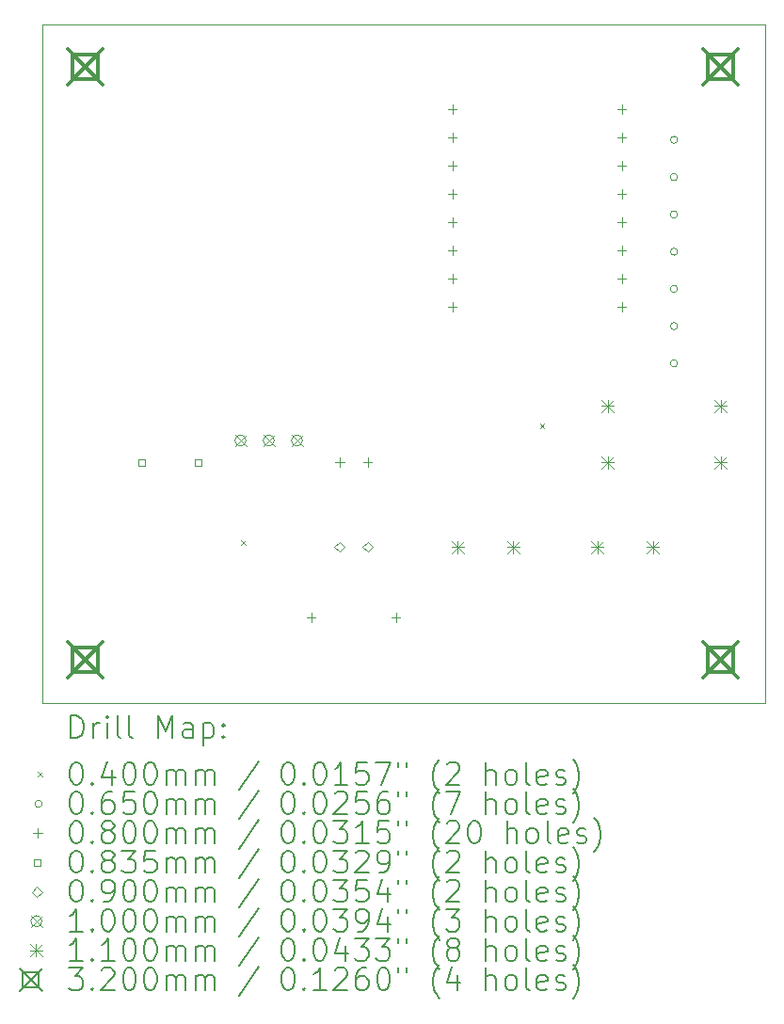
<source format=gbr>
%TF.GenerationSoftware,KiCad,Pcbnew,7.0.9*%
%TF.CreationDate,2025-08-10T16:09:42+02:00*%
%TF.ProjectId,Kicad_Projet_Sons_HW896_V1,4b696361-645f-4507-926f-6a65745f536f,rev?*%
%TF.SameCoordinates,Original*%
%TF.FileFunction,Drillmap*%
%TF.FilePolarity,Positive*%
%FSLAX45Y45*%
G04 Gerber Fmt 4.5, Leading zero omitted, Abs format (unit mm)*
G04 Created by KiCad (PCBNEW 7.0.9) date 2025-08-10 16:09:42*
%MOMM*%
%LPD*%
G01*
G04 APERTURE LIST*
%ADD10C,0.100000*%
%ADD11C,0.200000*%
%ADD12C,0.110000*%
%ADD13C,0.320000*%
G04 APERTURE END LIST*
D10*
X11300000Y-10800000D02*
X11300000Y-4700000D01*
X17800000Y-4700000D02*
X17800000Y-10800000D01*
X11300000Y-4700000D02*
X17800000Y-4700000D01*
X17800000Y-10800000D02*
X11300000Y-10800000D01*
D11*
D10*
X13085820Y-9342490D02*
X13125820Y-9382490D01*
X13125820Y-9342490D02*
X13085820Y-9382490D01*
X15773800Y-8289170D02*
X15813800Y-8329170D01*
X15813800Y-8289170D02*
X15773800Y-8329170D01*
X17012400Y-5737000D02*
G75*
G03*
X17012400Y-5737000I-32500J0D01*
G01*
X17012400Y-6072000D02*
G75*
G03*
X17012400Y-6072000I-32500J0D01*
G01*
X17012400Y-6407000D02*
G75*
G03*
X17012400Y-6407000I-32500J0D01*
G01*
X17012400Y-6742000D02*
G75*
G03*
X17012400Y-6742000I-32500J0D01*
G01*
X17012400Y-7077000D02*
G75*
G03*
X17012400Y-7077000I-32500J0D01*
G01*
X17012400Y-7412000D02*
G75*
G03*
X17012400Y-7412000I-32500J0D01*
G01*
X17012400Y-7747000D02*
G75*
G03*
X17012400Y-7747000I-32500J0D01*
G01*
X13716000Y-9993000D02*
X13716000Y-10073000D01*
X13676000Y-10033000D02*
X13756000Y-10033000D01*
X13974000Y-8596000D02*
X13974000Y-8676000D01*
X13934000Y-8636000D02*
X14014000Y-8636000D01*
X14224000Y-8596000D02*
X14224000Y-8676000D01*
X14184000Y-8636000D02*
X14264000Y-8636000D01*
X14478000Y-9993000D02*
X14478000Y-10073000D01*
X14438000Y-10033000D02*
X14518000Y-10033000D01*
X14986000Y-5421000D02*
X14986000Y-5501000D01*
X14946000Y-5461000D02*
X15026000Y-5461000D01*
X14986000Y-5675000D02*
X14986000Y-5755000D01*
X14946000Y-5715000D02*
X15026000Y-5715000D01*
X14986000Y-5929000D02*
X14986000Y-6009000D01*
X14946000Y-5969000D02*
X15026000Y-5969000D01*
X14986000Y-6183000D02*
X14986000Y-6263000D01*
X14946000Y-6223000D02*
X15026000Y-6223000D01*
X14986000Y-6437000D02*
X14986000Y-6517000D01*
X14946000Y-6477000D02*
X15026000Y-6477000D01*
X14986000Y-6691000D02*
X14986000Y-6771000D01*
X14946000Y-6731000D02*
X15026000Y-6731000D01*
X14986000Y-6945000D02*
X14986000Y-7025000D01*
X14946000Y-6985000D02*
X15026000Y-6985000D01*
X14986000Y-7199000D02*
X14986000Y-7279000D01*
X14946000Y-7239000D02*
X15026000Y-7239000D01*
X16510000Y-5421000D02*
X16510000Y-5501000D01*
X16470000Y-5461000D02*
X16550000Y-5461000D01*
X16510000Y-5675000D02*
X16510000Y-5755000D01*
X16470000Y-5715000D02*
X16550000Y-5715000D01*
X16510000Y-5929000D02*
X16510000Y-6009000D01*
X16470000Y-5969000D02*
X16550000Y-5969000D01*
X16510000Y-6183000D02*
X16510000Y-6263000D01*
X16470000Y-6223000D02*
X16550000Y-6223000D01*
X16510000Y-6437000D02*
X16510000Y-6517000D01*
X16470000Y-6477000D02*
X16550000Y-6477000D01*
X16510000Y-6691000D02*
X16510000Y-6771000D01*
X16470000Y-6731000D02*
X16550000Y-6731000D01*
X16510000Y-6945000D02*
X16510000Y-7025000D01*
X16470000Y-6985000D02*
X16550000Y-6985000D01*
X16510000Y-7199000D02*
X16510000Y-7279000D01*
X16470000Y-7239000D02*
X16550000Y-7239000D01*
X12221522Y-8665522D02*
X12221522Y-8606478D01*
X12162478Y-8606478D01*
X12162478Y-8665522D01*
X12221522Y-8665522D01*
X12729522Y-8665522D02*
X12729522Y-8606478D01*
X12670478Y-8606478D01*
X12670478Y-8665522D01*
X12729522Y-8665522D01*
X13970000Y-9443000D02*
X14015000Y-9398000D01*
X13970000Y-9353000D01*
X13925000Y-9398000D01*
X13970000Y-9443000D01*
X14224000Y-9443000D02*
X14269000Y-9398000D01*
X14224000Y-9353000D01*
X14179000Y-9398000D01*
X14224000Y-9443000D01*
X13031000Y-8389900D02*
X13131000Y-8489900D01*
X13131000Y-8389900D02*
X13031000Y-8489900D01*
X13131000Y-8439900D02*
G75*
G03*
X13131000Y-8439900I-50000J0D01*
G01*
X13285000Y-8389900D02*
X13385000Y-8489900D01*
X13385000Y-8389900D02*
X13285000Y-8489900D01*
X13385000Y-8439900D02*
G75*
G03*
X13385000Y-8439900I-50000J0D01*
G01*
X13539000Y-8389900D02*
X13639000Y-8489900D01*
X13639000Y-8389900D02*
X13539000Y-8489900D01*
X13639000Y-8439900D02*
G75*
G03*
X13639000Y-8439900I-50000J0D01*
G01*
D12*
X14977100Y-9343000D02*
X15087100Y-9453000D01*
X15087100Y-9343000D02*
X14977100Y-9453000D01*
X15032100Y-9343000D02*
X15032100Y-9453000D01*
X14977100Y-9398000D02*
X15087100Y-9398000D01*
X15477100Y-9343000D02*
X15587100Y-9453000D01*
X15587100Y-9343000D02*
X15477100Y-9453000D01*
X15532100Y-9343000D02*
X15532100Y-9453000D01*
X15477100Y-9398000D02*
X15587100Y-9398000D01*
X16234400Y-9343000D02*
X16344400Y-9453000D01*
X16344400Y-9343000D02*
X16234400Y-9453000D01*
X16289400Y-9343000D02*
X16289400Y-9453000D01*
X16234400Y-9398000D02*
X16344400Y-9398000D01*
X16328000Y-8073000D02*
X16438000Y-8183000D01*
X16438000Y-8073000D02*
X16328000Y-8183000D01*
X16383000Y-8073000D02*
X16383000Y-8183000D01*
X16328000Y-8128000D02*
X16438000Y-8128000D01*
X16328000Y-8581000D02*
X16438000Y-8691000D01*
X16438000Y-8581000D02*
X16328000Y-8691000D01*
X16383000Y-8581000D02*
X16383000Y-8691000D01*
X16328000Y-8636000D02*
X16438000Y-8636000D01*
X16734400Y-9343000D02*
X16844400Y-9453000D01*
X16844400Y-9343000D02*
X16734400Y-9453000D01*
X16789400Y-9343000D02*
X16789400Y-9453000D01*
X16734400Y-9398000D02*
X16844400Y-9398000D01*
X17344000Y-8073000D02*
X17454000Y-8183000D01*
X17454000Y-8073000D02*
X17344000Y-8183000D01*
X17399000Y-8073000D02*
X17399000Y-8183000D01*
X17344000Y-8128000D02*
X17454000Y-8128000D01*
X17344000Y-8581000D02*
X17454000Y-8691000D01*
X17454000Y-8581000D02*
X17344000Y-8691000D01*
X17399000Y-8581000D02*
X17399000Y-8691000D01*
X17344000Y-8636000D02*
X17454000Y-8636000D01*
D13*
X11524000Y-4920000D02*
X11844000Y-5240000D01*
X11844000Y-4920000D02*
X11524000Y-5240000D01*
X11797138Y-5193138D02*
X11797138Y-4966862D01*
X11570862Y-4966862D01*
X11570862Y-5193138D01*
X11797138Y-5193138D01*
X11524000Y-10254000D02*
X11844000Y-10574000D01*
X11844000Y-10254000D02*
X11524000Y-10574000D01*
X11797138Y-10527138D02*
X11797138Y-10300862D01*
X11570862Y-10300862D01*
X11570862Y-10527138D01*
X11797138Y-10527138D01*
X17239000Y-4920000D02*
X17559000Y-5240000D01*
X17559000Y-4920000D02*
X17239000Y-5240000D01*
X17512138Y-5193138D02*
X17512138Y-4966862D01*
X17285862Y-4966862D01*
X17285862Y-5193138D01*
X17512138Y-5193138D01*
X17239000Y-10254000D02*
X17559000Y-10574000D01*
X17559000Y-10254000D02*
X17239000Y-10574000D01*
X17512138Y-10527138D02*
X17512138Y-10300862D01*
X17285862Y-10300862D01*
X17285862Y-10527138D01*
X17512138Y-10527138D01*
D11*
X11555777Y-11116484D02*
X11555777Y-10916484D01*
X11555777Y-10916484D02*
X11603396Y-10916484D01*
X11603396Y-10916484D02*
X11631967Y-10926008D01*
X11631967Y-10926008D02*
X11651015Y-10945055D01*
X11651015Y-10945055D02*
X11660539Y-10964103D01*
X11660539Y-10964103D02*
X11670062Y-11002198D01*
X11670062Y-11002198D02*
X11670062Y-11030770D01*
X11670062Y-11030770D02*
X11660539Y-11068865D01*
X11660539Y-11068865D02*
X11651015Y-11087912D01*
X11651015Y-11087912D02*
X11631967Y-11106960D01*
X11631967Y-11106960D02*
X11603396Y-11116484D01*
X11603396Y-11116484D02*
X11555777Y-11116484D01*
X11755777Y-11116484D02*
X11755777Y-10983150D01*
X11755777Y-11021246D02*
X11765301Y-11002198D01*
X11765301Y-11002198D02*
X11774824Y-10992674D01*
X11774824Y-10992674D02*
X11793872Y-10983150D01*
X11793872Y-10983150D02*
X11812920Y-10983150D01*
X11879586Y-11116484D02*
X11879586Y-10983150D01*
X11879586Y-10916484D02*
X11870062Y-10926008D01*
X11870062Y-10926008D02*
X11879586Y-10935531D01*
X11879586Y-10935531D02*
X11889110Y-10926008D01*
X11889110Y-10926008D02*
X11879586Y-10916484D01*
X11879586Y-10916484D02*
X11879586Y-10935531D01*
X12003396Y-11116484D02*
X11984348Y-11106960D01*
X11984348Y-11106960D02*
X11974824Y-11087912D01*
X11974824Y-11087912D02*
X11974824Y-10916484D01*
X12108158Y-11116484D02*
X12089110Y-11106960D01*
X12089110Y-11106960D02*
X12079586Y-11087912D01*
X12079586Y-11087912D02*
X12079586Y-10916484D01*
X12336729Y-11116484D02*
X12336729Y-10916484D01*
X12336729Y-10916484D02*
X12403396Y-11059341D01*
X12403396Y-11059341D02*
X12470062Y-10916484D01*
X12470062Y-10916484D02*
X12470062Y-11116484D01*
X12651015Y-11116484D02*
X12651015Y-11011722D01*
X12651015Y-11011722D02*
X12641491Y-10992674D01*
X12641491Y-10992674D02*
X12622443Y-10983150D01*
X12622443Y-10983150D02*
X12584348Y-10983150D01*
X12584348Y-10983150D02*
X12565301Y-10992674D01*
X12651015Y-11106960D02*
X12631967Y-11116484D01*
X12631967Y-11116484D02*
X12584348Y-11116484D01*
X12584348Y-11116484D02*
X12565301Y-11106960D01*
X12565301Y-11106960D02*
X12555777Y-11087912D01*
X12555777Y-11087912D02*
X12555777Y-11068865D01*
X12555777Y-11068865D02*
X12565301Y-11049817D01*
X12565301Y-11049817D02*
X12584348Y-11040293D01*
X12584348Y-11040293D02*
X12631967Y-11040293D01*
X12631967Y-11040293D02*
X12651015Y-11030770D01*
X12746253Y-10983150D02*
X12746253Y-11183150D01*
X12746253Y-10992674D02*
X12765301Y-10983150D01*
X12765301Y-10983150D02*
X12803396Y-10983150D01*
X12803396Y-10983150D02*
X12822443Y-10992674D01*
X12822443Y-10992674D02*
X12831967Y-11002198D01*
X12831967Y-11002198D02*
X12841491Y-11021246D01*
X12841491Y-11021246D02*
X12841491Y-11078389D01*
X12841491Y-11078389D02*
X12831967Y-11097436D01*
X12831967Y-11097436D02*
X12822443Y-11106960D01*
X12822443Y-11106960D02*
X12803396Y-11116484D01*
X12803396Y-11116484D02*
X12765301Y-11116484D01*
X12765301Y-11116484D02*
X12746253Y-11106960D01*
X12927205Y-11097436D02*
X12936729Y-11106960D01*
X12936729Y-11106960D02*
X12927205Y-11116484D01*
X12927205Y-11116484D02*
X12917682Y-11106960D01*
X12917682Y-11106960D02*
X12927205Y-11097436D01*
X12927205Y-11097436D02*
X12927205Y-11116484D01*
X12927205Y-10992674D02*
X12936729Y-11002198D01*
X12936729Y-11002198D02*
X12927205Y-11011722D01*
X12927205Y-11011722D02*
X12917682Y-11002198D01*
X12917682Y-11002198D02*
X12927205Y-10992674D01*
X12927205Y-10992674D02*
X12927205Y-11011722D01*
D10*
X11255000Y-11425000D02*
X11295000Y-11465000D01*
X11295000Y-11425000D02*
X11255000Y-11465000D01*
D11*
X11593872Y-11336484D02*
X11612920Y-11336484D01*
X11612920Y-11336484D02*
X11631967Y-11346008D01*
X11631967Y-11346008D02*
X11641491Y-11355531D01*
X11641491Y-11355531D02*
X11651015Y-11374579D01*
X11651015Y-11374579D02*
X11660539Y-11412674D01*
X11660539Y-11412674D02*
X11660539Y-11460293D01*
X11660539Y-11460293D02*
X11651015Y-11498388D01*
X11651015Y-11498388D02*
X11641491Y-11517436D01*
X11641491Y-11517436D02*
X11631967Y-11526960D01*
X11631967Y-11526960D02*
X11612920Y-11536484D01*
X11612920Y-11536484D02*
X11593872Y-11536484D01*
X11593872Y-11536484D02*
X11574824Y-11526960D01*
X11574824Y-11526960D02*
X11565301Y-11517436D01*
X11565301Y-11517436D02*
X11555777Y-11498388D01*
X11555777Y-11498388D02*
X11546253Y-11460293D01*
X11546253Y-11460293D02*
X11546253Y-11412674D01*
X11546253Y-11412674D02*
X11555777Y-11374579D01*
X11555777Y-11374579D02*
X11565301Y-11355531D01*
X11565301Y-11355531D02*
X11574824Y-11346008D01*
X11574824Y-11346008D02*
X11593872Y-11336484D01*
X11746253Y-11517436D02*
X11755777Y-11526960D01*
X11755777Y-11526960D02*
X11746253Y-11536484D01*
X11746253Y-11536484D02*
X11736729Y-11526960D01*
X11736729Y-11526960D02*
X11746253Y-11517436D01*
X11746253Y-11517436D02*
X11746253Y-11536484D01*
X11927205Y-11403150D02*
X11927205Y-11536484D01*
X11879586Y-11326960D02*
X11831967Y-11469817D01*
X11831967Y-11469817D02*
X11955777Y-11469817D01*
X12070062Y-11336484D02*
X12089110Y-11336484D01*
X12089110Y-11336484D02*
X12108158Y-11346008D01*
X12108158Y-11346008D02*
X12117682Y-11355531D01*
X12117682Y-11355531D02*
X12127205Y-11374579D01*
X12127205Y-11374579D02*
X12136729Y-11412674D01*
X12136729Y-11412674D02*
X12136729Y-11460293D01*
X12136729Y-11460293D02*
X12127205Y-11498388D01*
X12127205Y-11498388D02*
X12117682Y-11517436D01*
X12117682Y-11517436D02*
X12108158Y-11526960D01*
X12108158Y-11526960D02*
X12089110Y-11536484D01*
X12089110Y-11536484D02*
X12070062Y-11536484D01*
X12070062Y-11536484D02*
X12051015Y-11526960D01*
X12051015Y-11526960D02*
X12041491Y-11517436D01*
X12041491Y-11517436D02*
X12031967Y-11498388D01*
X12031967Y-11498388D02*
X12022443Y-11460293D01*
X12022443Y-11460293D02*
X12022443Y-11412674D01*
X12022443Y-11412674D02*
X12031967Y-11374579D01*
X12031967Y-11374579D02*
X12041491Y-11355531D01*
X12041491Y-11355531D02*
X12051015Y-11346008D01*
X12051015Y-11346008D02*
X12070062Y-11336484D01*
X12260539Y-11336484D02*
X12279586Y-11336484D01*
X12279586Y-11336484D02*
X12298634Y-11346008D01*
X12298634Y-11346008D02*
X12308158Y-11355531D01*
X12308158Y-11355531D02*
X12317682Y-11374579D01*
X12317682Y-11374579D02*
X12327205Y-11412674D01*
X12327205Y-11412674D02*
X12327205Y-11460293D01*
X12327205Y-11460293D02*
X12317682Y-11498388D01*
X12317682Y-11498388D02*
X12308158Y-11517436D01*
X12308158Y-11517436D02*
X12298634Y-11526960D01*
X12298634Y-11526960D02*
X12279586Y-11536484D01*
X12279586Y-11536484D02*
X12260539Y-11536484D01*
X12260539Y-11536484D02*
X12241491Y-11526960D01*
X12241491Y-11526960D02*
X12231967Y-11517436D01*
X12231967Y-11517436D02*
X12222443Y-11498388D01*
X12222443Y-11498388D02*
X12212920Y-11460293D01*
X12212920Y-11460293D02*
X12212920Y-11412674D01*
X12212920Y-11412674D02*
X12222443Y-11374579D01*
X12222443Y-11374579D02*
X12231967Y-11355531D01*
X12231967Y-11355531D02*
X12241491Y-11346008D01*
X12241491Y-11346008D02*
X12260539Y-11336484D01*
X12412920Y-11536484D02*
X12412920Y-11403150D01*
X12412920Y-11422198D02*
X12422443Y-11412674D01*
X12422443Y-11412674D02*
X12441491Y-11403150D01*
X12441491Y-11403150D02*
X12470063Y-11403150D01*
X12470063Y-11403150D02*
X12489110Y-11412674D01*
X12489110Y-11412674D02*
X12498634Y-11431722D01*
X12498634Y-11431722D02*
X12498634Y-11536484D01*
X12498634Y-11431722D02*
X12508158Y-11412674D01*
X12508158Y-11412674D02*
X12527205Y-11403150D01*
X12527205Y-11403150D02*
X12555777Y-11403150D01*
X12555777Y-11403150D02*
X12574824Y-11412674D01*
X12574824Y-11412674D02*
X12584348Y-11431722D01*
X12584348Y-11431722D02*
X12584348Y-11536484D01*
X12679586Y-11536484D02*
X12679586Y-11403150D01*
X12679586Y-11422198D02*
X12689110Y-11412674D01*
X12689110Y-11412674D02*
X12708158Y-11403150D01*
X12708158Y-11403150D02*
X12736729Y-11403150D01*
X12736729Y-11403150D02*
X12755777Y-11412674D01*
X12755777Y-11412674D02*
X12765301Y-11431722D01*
X12765301Y-11431722D02*
X12765301Y-11536484D01*
X12765301Y-11431722D02*
X12774824Y-11412674D01*
X12774824Y-11412674D02*
X12793872Y-11403150D01*
X12793872Y-11403150D02*
X12822443Y-11403150D01*
X12822443Y-11403150D02*
X12841491Y-11412674D01*
X12841491Y-11412674D02*
X12851015Y-11431722D01*
X12851015Y-11431722D02*
X12851015Y-11536484D01*
X13241491Y-11326960D02*
X13070063Y-11584103D01*
X13498634Y-11336484D02*
X13517682Y-11336484D01*
X13517682Y-11336484D02*
X13536729Y-11346008D01*
X13536729Y-11346008D02*
X13546253Y-11355531D01*
X13546253Y-11355531D02*
X13555777Y-11374579D01*
X13555777Y-11374579D02*
X13565301Y-11412674D01*
X13565301Y-11412674D02*
X13565301Y-11460293D01*
X13565301Y-11460293D02*
X13555777Y-11498388D01*
X13555777Y-11498388D02*
X13546253Y-11517436D01*
X13546253Y-11517436D02*
X13536729Y-11526960D01*
X13536729Y-11526960D02*
X13517682Y-11536484D01*
X13517682Y-11536484D02*
X13498634Y-11536484D01*
X13498634Y-11536484D02*
X13479586Y-11526960D01*
X13479586Y-11526960D02*
X13470063Y-11517436D01*
X13470063Y-11517436D02*
X13460539Y-11498388D01*
X13460539Y-11498388D02*
X13451015Y-11460293D01*
X13451015Y-11460293D02*
X13451015Y-11412674D01*
X13451015Y-11412674D02*
X13460539Y-11374579D01*
X13460539Y-11374579D02*
X13470063Y-11355531D01*
X13470063Y-11355531D02*
X13479586Y-11346008D01*
X13479586Y-11346008D02*
X13498634Y-11336484D01*
X13651015Y-11517436D02*
X13660539Y-11526960D01*
X13660539Y-11526960D02*
X13651015Y-11536484D01*
X13651015Y-11536484D02*
X13641491Y-11526960D01*
X13641491Y-11526960D02*
X13651015Y-11517436D01*
X13651015Y-11517436D02*
X13651015Y-11536484D01*
X13784348Y-11336484D02*
X13803396Y-11336484D01*
X13803396Y-11336484D02*
X13822444Y-11346008D01*
X13822444Y-11346008D02*
X13831967Y-11355531D01*
X13831967Y-11355531D02*
X13841491Y-11374579D01*
X13841491Y-11374579D02*
X13851015Y-11412674D01*
X13851015Y-11412674D02*
X13851015Y-11460293D01*
X13851015Y-11460293D02*
X13841491Y-11498388D01*
X13841491Y-11498388D02*
X13831967Y-11517436D01*
X13831967Y-11517436D02*
X13822444Y-11526960D01*
X13822444Y-11526960D02*
X13803396Y-11536484D01*
X13803396Y-11536484D02*
X13784348Y-11536484D01*
X13784348Y-11536484D02*
X13765301Y-11526960D01*
X13765301Y-11526960D02*
X13755777Y-11517436D01*
X13755777Y-11517436D02*
X13746253Y-11498388D01*
X13746253Y-11498388D02*
X13736729Y-11460293D01*
X13736729Y-11460293D02*
X13736729Y-11412674D01*
X13736729Y-11412674D02*
X13746253Y-11374579D01*
X13746253Y-11374579D02*
X13755777Y-11355531D01*
X13755777Y-11355531D02*
X13765301Y-11346008D01*
X13765301Y-11346008D02*
X13784348Y-11336484D01*
X14041491Y-11536484D02*
X13927206Y-11536484D01*
X13984348Y-11536484D02*
X13984348Y-11336484D01*
X13984348Y-11336484D02*
X13965301Y-11365055D01*
X13965301Y-11365055D02*
X13946253Y-11384103D01*
X13946253Y-11384103D02*
X13927206Y-11393627D01*
X14222444Y-11336484D02*
X14127206Y-11336484D01*
X14127206Y-11336484D02*
X14117682Y-11431722D01*
X14117682Y-11431722D02*
X14127206Y-11422198D01*
X14127206Y-11422198D02*
X14146253Y-11412674D01*
X14146253Y-11412674D02*
X14193872Y-11412674D01*
X14193872Y-11412674D02*
X14212920Y-11422198D01*
X14212920Y-11422198D02*
X14222444Y-11431722D01*
X14222444Y-11431722D02*
X14231967Y-11450769D01*
X14231967Y-11450769D02*
X14231967Y-11498388D01*
X14231967Y-11498388D02*
X14222444Y-11517436D01*
X14222444Y-11517436D02*
X14212920Y-11526960D01*
X14212920Y-11526960D02*
X14193872Y-11536484D01*
X14193872Y-11536484D02*
X14146253Y-11536484D01*
X14146253Y-11536484D02*
X14127206Y-11526960D01*
X14127206Y-11526960D02*
X14117682Y-11517436D01*
X14298634Y-11336484D02*
X14431967Y-11336484D01*
X14431967Y-11336484D02*
X14346253Y-11536484D01*
X14498634Y-11336484D02*
X14498634Y-11374579D01*
X14574825Y-11336484D02*
X14574825Y-11374579D01*
X14870063Y-11612674D02*
X14860539Y-11603150D01*
X14860539Y-11603150D02*
X14841491Y-11574579D01*
X14841491Y-11574579D02*
X14831968Y-11555531D01*
X14831968Y-11555531D02*
X14822444Y-11526960D01*
X14822444Y-11526960D02*
X14812920Y-11479341D01*
X14812920Y-11479341D02*
X14812920Y-11441246D01*
X14812920Y-11441246D02*
X14822444Y-11393627D01*
X14822444Y-11393627D02*
X14831968Y-11365055D01*
X14831968Y-11365055D02*
X14841491Y-11346008D01*
X14841491Y-11346008D02*
X14860539Y-11317436D01*
X14860539Y-11317436D02*
X14870063Y-11307912D01*
X14936729Y-11355531D02*
X14946253Y-11346008D01*
X14946253Y-11346008D02*
X14965301Y-11336484D01*
X14965301Y-11336484D02*
X15012920Y-11336484D01*
X15012920Y-11336484D02*
X15031968Y-11346008D01*
X15031968Y-11346008D02*
X15041491Y-11355531D01*
X15041491Y-11355531D02*
X15051015Y-11374579D01*
X15051015Y-11374579D02*
X15051015Y-11393627D01*
X15051015Y-11393627D02*
X15041491Y-11422198D01*
X15041491Y-11422198D02*
X14927206Y-11536484D01*
X14927206Y-11536484D02*
X15051015Y-11536484D01*
X15289110Y-11536484D02*
X15289110Y-11336484D01*
X15374825Y-11536484D02*
X15374825Y-11431722D01*
X15374825Y-11431722D02*
X15365301Y-11412674D01*
X15365301Y-11412674D02*
X15346253Y-11403150D01*
X15346253Y-11403150D02*
X15317682Y-11403150D01*
X15317682Y-11403150D02*
X15298634Y-11412674D01*
X15298634Y-11412674D02*
X15289110Y-11422198D01*
X15498634Y-11536484D02*
X15479587Y-11526960D01*
X15479587Y-11526960D02*
X15470063Y-11517436D01*
X15470063Y-11517436D02*
X15460539Y-11498388D01*
X15460539Y-11498388D02*
X15460539Y-11441246D01*
X15460539Y-11441246D02*
X15470063Y-11422198D01*
X15470063Y-11422198D02*
X15479587Y-11412674D01*
X15479587Y-11412674D02*
X15498634Y-11403150D01*
X15498634Y-11403150D02*
X15527206Y-11403150D01*
X15527206Y-11403150D02*
X15546253Y-11412674D01*
X15546253Y-11412674D02*
X15555777Y-11422198D01*
X15555777Y-11422198D02*
X15565301Y-11441246D01*
X15565301Y-11441246D02*
X15565301Y-11498388D01*
X15565301Y-11498388D02*
X15555777Y-11517436D01*
X15555777Y-11517436D02*
X15546253Y-11526960D01*
X15546253Y-11526960D02*
X15527206Y-11536484D01*
X15527206Y-11536484D02*
X15498634Y-11536484D01*
X15679587Y-11536484D02*
X15660539Y-11526960D01*
X15660539Y-11526960D02*
X15651015Y-11507912D01*
X15651015Y-11507912D02*
X15651015Y-11336484D01*
X15831968Y-11526960D02*
X15812920Y-11536484D01*
X15812920Y-11536484D02*
X15774825Y-11536484D01*
X15774825Y-11536484D02*
X15755777Y-11526960D01*
X15755777Y-11526960D02*
X15746253Y-11507912D01*
X15746253Y-11507912D02*
X15746253Y-11431722D01*
X15746253Y-11431722D02*
X15755777Y-11412674D01*
X15755777Y-11412674D02*
X15774825Y-11403150D01*
X15774825Y-11403150D02*
X15812920Y-11403150D01*
X15812920Y-11403150D02*
X15831968Y-11412674D01*
X15831968Y-11412674D02*
X15841491Y-11431722D01*
X15841491Y-11431722D02*
X15841491Y-11450769D01*
X15841491Y-11450769D02*
X15746253Y-11469817D01*
X15917682Y-11526960D02*
X15936730Y-11536484D01*
X15936730Y-11536484D02*
X15974825Y-11536484D01*
X15974825Y-11536484D02*
X15993872Y-11526960D01*
X15993872Y-11526960D02*
X16003396Y-11507912D01*
X16003396Y-11507912D02*
X16003396Y-11498388D01*
X16003396Y-11498388D02*
X15993872Y-11479341D01*
X15993872Y-11479341D02*
X15974825Y-11469817D01*
X15974825Y-11469817D02*
X15946253Y-11469817D01*
X15946253Y-11469817D02*
X15927206Y-11460293D01*
X15927206Y-11460293D02*
X15917682Y-11441246D01*
X15917682Y-11441246D02*
X15917682Y-11431722D01*
X15917682Y-11431722D02*
X15927206Y-11412674D01*
X15927206Y-11412674D02*
X15946253Y-11403150D01*
X15946253Y-11403150D02*
X15974825Y-11403150D01*
X15974825Y-11403150D02*
X15993872Y-11412674D01*
X16070063Y-11612674D02*
X16079587Y-11603150D01*
X16079587Y-11603150D02*
X16098634Y-11574579D01*
X16098634Y-11574579D02*
X16108158Y-11555531D01*
X16108158Y-11555531D02*
X16117682Y-11526960D01*
X16117682Y-11526960D02*
X16127206Y-11479341D01*
X16127206Y-11479341D02*
X16127206Y-11441246D01*
X16127206Y-11441246D02*
X16117682Y-11393627D01*
X16117682Y-11393627D02*
X16108158Y-11365055D01*
X16108158Y-11365055D02*
X16098634Y-11346008D01*
X16098634Y-11346008D02*
X16079587Y-11317436D01*
X16079587Y-11317436D02*
X16070063Y-11307912D01*
D10*
X11295000Y-11709000D02*
G75*
G03*
X11295000Y-11709000I-32500J0D01*
G01*
D11*
X11593872Y-11600484D02*
X11612920Y-11600484D01*
X11612920Y-11600484D02*
X11631967Y-11610008D01*
X11631967Y-11610008D02*
X11641491Y-11619531D01*
X11641491Y-11619531D02*
X11651015Y-11638579D01*
X11651015Y-11638579D02*
X11660539Y-11676674D01*
X11660539Y-11676674D02*
X11660539Y-11724293D01*
X11660539Y-11724293D02*
X11651015Y-11762388D01*
X11651015Y-11762388D02*
X11641491Y-11781436D01*
X11641491Y-11781436D02*
X11631967Y-11790960D01*
X11631967Y-11790960D02*
X11612920Y-11800484D01*
X11612920Y-11800484D02*
X11593872Y-11800484D01*
X11593872Y-11800484D02*
X11574824Y-11790960D01*
X11574824Y-11790960D02*
X11565301Y-11781436D01*
X11565301Y-11781436D02*
X11555777Y-11762388D01*
X11555777Y-11762388D02*
X11546253Y-11724293D01*
X11546253Y-11724293D02*
X11546253Y-11676674D01*
X11546253Y-11676674D02*
X11555777Y-11638579D01*
X11555777Y-11638579D02*
X11565301Y-11619531D01*
X11565301Y-11619531D02*
X11574824Y-11610008D01*
X11574824Y-11610008D02*
X11593872Y-11600484D01*
X11746253Y-11781436D02*
X11755777Y-11790960D01*
X11755777Y-11790960D02*
X11746253Y-11800484D01*
X11746253Y-11800484D02*
X11736729Y-11790960D01*
X11736729Y-11790960D02*
X11746253Y-11781436D01*
X11746253Y-11781436D02*
X11746253Y-11800484D01*
X11927205Y-11600484D02*
X11889110Y-11600484D01*
X11889110Y-11600484D02*
X11870062Y-11610008D01*
X11870062Y-11610008D02*
X11860539Y-11619531D01*
X11860539Y-11619531D02*
X11841491Y-11648103D01*
X11841491Y-11648103D02*
X11831967Y-11686198D01*
X11831967Y-11686198D02*
X11831967Y-11762388D01*
X11831967Y-11762388D02*
X11841491Y-11781436D01*
X11841491Y-11781436D02*
X11851015Y-11790960D01*
X11851015Y-11790960D02*
X11870062Y-11800484D01*
X11870062Y-11800484D02*
X11908158Y-11800484D01*
X11908158Y-11800484D02*
X11927205Y-11790960D01*
X11927205Y-11790960D02*
X11936729Y-11781436D01*
X11936729Y-11781436D02*
X11946253Y-11762388D01*
X11946253Y-11762388D02*
X11946253Y-11714769D01*
X11946253Y-11714769D02*
X11936729Y-11695722D01*
X11936729Y-11695722D02*
X11927205Y-11686198D01*
X11927205Y-11686198D02*
X11908158Y-11676674D01*
X11908158Y-11676674D02*
X11870062Y-11676674D01*
X11870062Y-11676674D02*
X11851015Y-11686198D01*
X11851015Y-11686198D02*
X11841491Y-11695722D01*
X11841491Y-11695722D02*
X11831967Y-11714769D01*
X12127205Y-11600484D02*
X12031967Y-11600484D01*
X12031967Y-11600484D02*
X12022443Y-11695722D01*
X12022443Y-11695722D02*
X12031967Y-11686198D01*
X12031967Y-11686198D02*
X12051015Y-11676674D01*
X12051015Y-11676674D02*
X12098634Y-11676674D01*
X12098634Y-11676674D02*
X12117682Y-11686198D01*
X12117682Y-11686198D02*
X12127205Y-11695722D01*
X12127205Y-11695722D02*
X12136729Y-11714769D01*
X12136729Y-11714769D02*
X12136729Y-11762388D01*
X12136729Y-11762388D02*
X12127205Y-11781436D01*
X12127205Y-11781436D02*
X12117682Y-11790960D01*
X12117682Y-11790960D02*
X12098634Y-11800484D01*
X12098634Y-11800484D02*
X12051015Y-11800484D01*
X12051015Y-11800484D02*
X12031967Y-11790960D01*
X12031967Y-11790960D02*
X12022443Y-11781436D01*
X12260539Y-11600484D02*
X12279586Y-11600484D01*
X12279586Y-11600484D02*
X12298634Y-11610008D01*
X12298634Y-11610008D02*
X12308158Y-11619531D01*
X12308158Y-11619531D02*
X12317682Y-11638579D01*
X12317682Y-11638579D02*
X12327205Y-11676674D01*
X12327205Y-11676674D02*
X12327205Y-11724293D01*
X12327205Y-11724293D02*
X12317682Y-11762388D01*
X12317682Y-11762388D02*
X12308158Y-11781436D01*
X12308158Y-11781436D02*
X12298634Y-11790960D01*
X12298634Y-11790960D02*
X12279586Y-11800484D01*
X12279586Y-11800484D02*
X12260539Y-11800484D01*
X12260539Y-11800484D02*
X12241491Y-11790960D01*
X12241491Y-11790960D02*
X12231967Y-11781436D01*
X12231967Y-11781436D02*
X12222443Y-11762388D01*
X12222443Y-11762388D02*
X12212920Y-11724293D01*
X12212920Y-11724293D02*
X12212920Y-11676674D01*
X12212920Y-11676674D02*
X12222443Y-11638579D01*
X12222443Y-11638579D02*
X12231967Y-11619531D01*
X12231967Y-11619531D02*
X12241491Y-11610008D01*
X12241491Y-11610008D02*
X12260539Y-11600484D01*
X12412920Y-11800484D02*
X12412920Y-11667150D01*
X12412920Y-11686198D02*
X12422443Y-11676674D01*
X12422443Y-11676674D02*
X12441491Y-11667150D01*
X12441491Y-11667150D02*
X12470063Y-11667150D01*
X12470063Y-11667150D02*
X12489110Y-11676674D01*
X12489110Y-11676674D02*
X12498634Y-11695722D01*
X12498634Y-11695722D02*
X12498634Y-11800484D01*
X12498634Y-11695722D02*
X12508158Y-11676674D01*
X12508158Y-11676674D02*
X12527205Y-11667150D01*
X12527205Y-11667150D02*
X12555777Y-11667150D01*
X12555777Y-11667150D02*
X12574824Y-11676674D01*
X12574824Y-11676674D02*
X12584348Y-11695722D01*
X12584348Y-11695722D02*
X12584348Y-11800484D01*
X12679586Y-11800484D02*
X12679586Y-11667150D01*
X12679586Y-11686198D02*
X12689110Y-11676674D01*
X12689110Y-11676674D02*
X12708158Y-11667150D01*
X12708158Y-11667150D02*
X12736729Y-11667150D01*
X12736729Y-11667150D02*
X12755777Y-11676674D01*
X12755777Y-11676674D02*
X12765301Y-11695722D01*
X12765301Y-11695722D02*
X12765301Y-11800484D01*
X12765301Y-11695722D02*
X12774824Y-11676674D01*
X12774824Y-11676674D02*
X12793872Y-11667150D01*
X12793872Y-11667150D02*
X12822443Y-11667150D01*
X12822443Y-11667150D02*
X12841491Y-11676674D01*
X12841491Y-11676674D02*
X12851015Y-11695722D01*
X12851015Y-11695722D02*
X12851015Y-11800484D01*
X13241491Y-11590960D02*
X13070063Y-11848103D01*
X13498634Y-11600484D02*
X13517682Y-11600484D01*
X13517682Y-11600484D02*
X13536729Y-11610008D01*
X13536729Y-11610008D02*
X13546253Y-11619531D01*
X13546253Y-11619531D02*
X13555777Y-11638579D01*
X13555777Y-11638579D02*
X13565301Y-11676674D01*
X13565301Y-11676674D02*
X13565301Y-11724293D01*
X13565301Y-11724293D02*
X13555777Y-11762388D01*
X13555777Y-11762388D02*
X13546253Y-11781436D01*
X13546253Y-11781436D02*
X13536729Y-11790960D01*
X13536729Y-11790960D02*
X13517682Y-11800484D01*
X13517682Y-11800484D02*
X13498634Y-11800484D01*
X13498634Y-11800484D02*
X13479586Y-11790960D01*
X13479586Y-11790960D02*
X13470063Y-11781436D01*
X13470063Y-11781436D02*
X13460539Y-11762388D01*
X13460539Y-11762388D02*
X13451015Y-11724293D01*
X13451015Y-11724293D02*
X13451015Y-11676674D01*
X13451015Y-11676674D02*
X13460539Y-11638579D01*
X13460539Y-11638579D02*
X13470063Y-11619531D01*
X13470063Y-11619531D02*
X13479586Y-11610008D01*
X13479586Y-11610008D02*
X13498634Y-11600484D01*
X13651015Y-11781436D02*
X13660539Y-11790960D01*
X13660539Y-11790960D02*
X13651015Y-11800484D01*
X13651015Y-11800484D02*
X13641491Y-11790960D01*
X13641491Y-11790960D02*
X13651015Y-11781436D01*
X13651015Y-11781436D02*
X13651015Y-11800484D01*
X13784348Y-11600484D02*
X13803396Y-11600484D01*
X13803396Y-11600484D02*
X13822444Y-11610008D01*
X13822444Y-11610008D02*
X13831967Y-11619531D01*
X13831967Y-11619531D02*
X13841491Y-11638579D01*
X13841491Y-11638579D02*
X13851015Y-11676674D01*
X13851015Y-11676674D02*
X13851015Y-11724293D01*
X13851015Y-11724293D02*
X13841491Y-11762388D01*
X13841491Y-11762388D02*
X13831967Y-11781436D01*
X13831967Y-11781436D02*
X13822444Y-11790960D01*
X13822444Y-11790960D02*
X13803396Y-11800484D01*
X13803396Y-11800484D02*
X13784348Y-11800484D01*
X13784348Y-11800484D02*
X13765301Y-11790960D01*
X13765301Y-11790960D02*
X13755777Y-11781436D01*
X13755777Y-11781436D02*
X13746253Y-11762388D01*
X13746253Y-11762388D02*
X13736729Y-11724293D01*
X13736729Y-11724293D02*
X13736729Y-11676674D01*
X13736729Y-11676674D02*
X13746253Y-11638579D01*
X13746253Y-11638579D02*
X13755777Y-11619531D01*
X13755777Y-11619531D02*
X13765301Y-11610008D01*
X13765301Y-11610008D02*
X13784348Y-11600484D01*
X13927206Y-11619531D02*
X13936729Y-11610008D01*
X13936729Y-11610008D02*
X13955777Y-11600484D01*
X13955777Y-11600484D02*
X14003396Y-11600484D01*
X14003396Y-11600484D02*
X14022444Y-11610008D01*
X14022444Y-11610008D02*
X14031967Y-11619531D01*
X14031967Y-11619531D02*
X14041491Y-11638579D01*
X14041491Y-11638579D02*
X14041491Y-11657627D01*
X14041491Y-11657627D02*
X14031967Y-11686198D01*
X14031967Y-11686198D02*
X13917682Y-11800484D01*
X13917682Y-11800484D02*
X14041491Y-11800484D01*
X14222444Y-11600484D02*
X14127206Y-11600484D01*
X14127206Y-11600484D02*
X14117682Y-11695722D01*
X14117682Y-11695722D02*
X14127206Y-11686198D01*
X14127206Y-11686198D02*
X14146253Y-11676674D01*
X14146253Y-11676674D02*
X14193872Y-11676674D01*
X14193872Y-11676674D02*
X14212920Y-11686198D01*
X14212920Y-11686198D02*
X14222444Y-11695722D01*
X14222444Y-11695722D02*
X14231967Y-11714769D01*
X14231967Y-11714769D02*
X14231967Y-11762388D01*
X14231967Y-11762388D02*
X14222444Y-11781436D01*
X14222444Y-11781436D02*
X14212920Y-11790960D01*
X14212920Y-11790960D02*
X14193872Y-11800484D01*
X14193872Y-11800484D02*
X14146253Y-11800484D01*
X14146253Y-11800484D02*
X14127206Y-11790960D01*
X14127206Y-11790960D02*
X14117682Y-11781436D01*
X14403396Y-11600484D02*
X14365301Y-11600484D01*
X14365301Y-11600484D02*
X14346253Y-11610008D01*
X14346253Y-11610008D02*
X14336729Y-11619531D01*
X14336729Y-11619531D02*
X14317682Y-11648103D01*
X14317682Y-11648103D02*
X14308158Y-11686198D01*
X14308158Y-11686198D02*
X14308158Y-11762388D01*
X14308158Y-11762388D02*
X14317682Y-11781436D01*
X14317682Y-11781436D02*
X14327206Y-11790960D01*
X14327206Y-11790960D02*
X14346253Y-11800484D01*
X14346253Y-11800484D02*
X14384348Y-11800484D01*
X14384348Y-11800484D02*
X14403396Y-11790960D01*
X14403396Y-11790960D02*
X14412920Y-11781436D01*
X14412920Y-11781436D02*
X14422444Y-11762388D01*
X14422444Y-11762388D02*
X14422444Y-11714769D01*
X14422444Y-11714769D02*
X14412920Y-11695722D01*
X14412920Y-11695722D02*
X14403396Y-11686198D01*
X14403396Y-11686198D02*
X14384348Y-11676674D01*
X14384348Y-11676674D02*
X14346253Y-11676674D01*
X14346253Y-11676674D02*
X14327206Y-11686198D01*
X14327206Y-11686198D02*
X14317682Y-11695722D01*
X14317682Y-11695722D02*
X14308158Y-11714769D01*
X14498634Y-11600484D02*
X14498634Y-11638579D01*
X14574825Y-11600484D02*
X14574825Y-11638579D01*
X14870063Y-11876674D02*
X14860539Y-11867150D01*
X14860539Y-11867150D02*
X14841491Y-11838579D01*
X14841491Y-11838579D02*
X14831968Y-11819531D01*
X14831968Y-11819531D02*
X14822444Y-11790960D01*
X14822444Y-11790960D02*
X14812920Y-11743341D01*
X14812920Y-11743341D02*
X14812920Y-11705246D01*
X14812920Y-11705246D02*
X14822444Y-11657627D01*
X14822444Y-11657627D02*
X14831968Y-11629055D01*
X14831968Y-11629055D02*
X14841491Y-11610008D01*
X14841491Y-11610008D02*
X14860539Y-11581436D01*
X14860539Y-11581436D02*
X14870063Y-11571912D01*
X14927206Y-11600484D02*
X15060539Y-11600484D01*
X15060539Y-11600484D02*
X14974825Y-11800484D01*
X15289110Y-11800484D02*
X15289110Y-11600484D01*
X15374825Y-11800484D02*
X15374825Y-11695722D01*
X15374825Y-11695722D02*
X15365301Y-11676674D01*
X15365301Y-11676674D02*
X15346253Y-11667150D01*
X15346253Y-11667150D02*
X15317682Y-11667150D01*
X15317682Y-11667150D02*
X15298634Y-11676674D01*
X15298634Y-11676674D02*
X15289110Y-11686198D01*
X15498634Y-11800484D02*
X15479587Y-11790960D01*
X15479587Y-11790960D02*
X15470063Y-11781436D01*
X15470063Y-11781436D02*
X15460539Y-11762388D01*
X15460539Y-11762388D02*
X15460539Y-11705246D01*
X15460539Y-11705246D02*
X15470063Y-11686198D01*
X15470063Y-11686198D02*
X15479587Y-11676674D01*
X15479587Y-11676674D02*
X15498634Y-11667150D01*
X15498634Y-11667150D02*
X15527206Y-11667150D01*
X15527206Y-11667150D02*
X15546253Y-11676674D01*
X15546253Y-11676674D02*
X15555777Y-11686198D01*
X15555777Y-11686198D02*
X15565301Y-11705246D01*
X15565301Y-11705246D02*
X15565301Y-11762388D01*
X15565301Y-11762388D02*
X15555777Y-11781436D01*
X15555777Y-11781436D02*
X15546253Y-11790960D01*
X15546253Y-11790960D02*
X15527206Y-11800484D01*
X15527206Y-11800484D02*
X15498634Y-11800484D01*
X15679587Y-11800484D02*
X15660539Y-11790960D01*
X15660539Y-11790960D02*
X15651015Y-11771912D01*
X15651015Y-11771912D02*
X15651015Y-11600484D01*
X15831968Y-11790960D02*
X15812920Y-11800484D01*
X15812920Y-11800484D02*
X15774825Y-11800484D01*
X15774825Y-11800484D02*
X15755777Y-11790960D01*
X15755777Y-11790960D02*
X15746253Y-11771912D01*
X15746253Y-11771912D02*
X15746253Y-11695722D01*
X15746253Y-11695722D02*
X15755777Y-11676674D01*
X15755777Y-11676674D02*
X15774825Y-11667150D01*
X15774825Y-11667150D02*
X15812920Y-11667150D01*
X15812920Y-11667150D02*
X15831968Y-11676674D01*
X15831968Y-11676674D02*
X15841491Y-11695722D01*
X15841491Y-11695722D02*
X15841491Y-11714769D01*
X15841491Y-11714769D02*
X15746253Y-11733817D01*
X15917682Y-11790960D02*
X15936730Y-11800484D01*
X15936730Y-11800484D02*
X15974825Y-11800484D01*
X15974825Y-11800484D02*
X15993872Y-11790960D01*
X15993872Y-11790960D02*
X16003396Y-11771912D01*
X16003396Y-11771912D02*
X16003396Y-11762388D01*
X16003396Y-11762388D02*
X15993872Y-11743341D01*
X15993872Y-11743341D02*
X15974825Y-11733817D01*
X15974825Y-11733817D02*
X15946253Y-11733817D01*
X15946253Y-11733817D02*
X15927206Y-11724293D01*
X15927206Y-11724293D02*
X15917682Y-11705246D01*
X15917682Y-11705246D02*
X15917682Y-11695722D01*
X15917682Y-11695722D02*
X15927206Y-11676674D01*
X15927206Y-11676674D02*
X15946253Y-11667150D01*
X15946253Y-11667150D02*
X15974825Y-11667150D01*
X15974825Y-11667150D02*
X15993872Y-11676674D01*
X16070063Y-11876674D02*
X16079587Y-11867150D01*
X16079587Y-11867150D02*
X16098634Y-11838579D01*
X16098634Y-11838579D02*
X16108158Y-11819531D01*
X16108158Y-11819531D02*
X16117682Y-11790960D01*
X16117682Y-11790960D02*
X16127206Y-11743341D01*
X16127206Y-11743341D02*
X16127206Y-11705246D01*
X16127206Y-11705246D02*
X16117682Y-11657627D01*
X16117682Y-11657627D02*
X16108158Y-11629055D01*
X16108158Y-11629055D02*
X16098634Y-11610008D01*
X16098634Y-11610008D02*
X16079587Y-11581436D01*
X16079587Y-11581436D02*
X16070063Y-11571912D01*
D10*
X11255000Y-11933000D02*
X11255000Y-12013000D01*
X11215000Y-11973000D02*
X11295000Y-11973000D01*
D11*
X11593872Y-11864484D02*
X11612920Y-11864484D01*
X11612920Y-11864484D02*
X11631967Y-11874008D01*
X11631967Y-11874008D02*
X11641491Y-11883531D01*
X11641491Y-11883531D02*
X11651015Y-11902579D01*
X11651015Y-11902579D02*
X11660539Y-11940674D01*
X11660539Y-11940674D02*
X11660539Y-11988293D01*
X11660539Y-11988293D02*
X11651015Y-12026388D01*
X11651015Y-12026388D02*
X11641491Y-12045436D01*
X11641491Y-12045436D02*
X11631967Y-12054960D01*
X11631967Y-12054960D02*
X11612920Y-12064484D01*
X11612920Y-12064484D02*
X11593872Y-12064484D01*
X11593872Y-12064484D02*
X11574824Y-12054960D01*
X11574824Y-12054960D02*
X11565301Y-12045436D01*
X11565301Y-12045436D02*
X11555777Y-12026388D01*
X11555777Y-12026388D02*
X11546253Y-11988293D01*
X11546253Y-11988293D02*
X11546253Y-11940674D01*
X11546253Y-11940674D02*
X11555777Y-11902579D01*
X11555777Y-11902579D02*
X11565301Y-11883531D01*
X11565301Y-11883531D02*
X11574824Y-11874008D01*
X11574824Y-11874008D02*
X11593872Y-11864484D01*
X11746253Y-12045436D02*
X11755777Y-12054960D01*
X11755777Y-12054960D02*
X11746253Y-12064484D01*
X11746253Y-12064484D02*
X11736729Y-12054960D01*
X11736729Y-12054960D02*
X11746253Y-12045436D01*
X11746253Y-12045436D02*
X11746253Y-12064484D01*
X11870062Y-11950198D02*
X11851015Y-11940674D01*
X11851015Y-11940674D02*
X11841491Y-11931150D01*
X11841491Y-11931150D02*
X11831967Y-11912103D01*
X11831967Y-11912103D02*
X11831967Y-11902579D01*
X11831967Y-11902579D02*
X11841491Y-11883531D01*
X11841491Y-11883531D02*
X11851015Y-11874008D01*
X11851015Y-11874008D02*
X11870062Y-11864484D01*
X11870062Y-11864484D02*
X11908158Y-11864484D01*
X11908158Y-11864484D02*
X11927205Y-11874008D01*
X11927205Y-11874008D02*
X11936729Y-11883531D01*
X11936729Y-11883531D02*
X11946253Y-11902579D01*
X11946253Y-11902579D02*
X11946253Y-11912103D01*
X11946253Y-11912103D02*
X11936729Y-11931150D01*
X11936729Y-11931150D02*
X11927205Y-11940674D01*
X11927205Y-11940674D02*
X11908158Y-11950198D01*
X11908158Y-11950198D02*
X11870062Y-11950198D01*
X11870062Y-11950198D02*
X11851015Y-11959722D01*
X11851015Y-11959722D02*
X11841491Y-11969246D01*
X11841491Y-11969246D02*
X11831967Y-11988293D01*
X11831967Y-11988293D02*
X11831967Y-12026388D01*
X11831967Y-12026388D02*
X11841491Y-12045436D01*
X11841491Y-12045436D02*
X11851015Y-12054960D01*
X11851015Y-12054960D02*
X11870062Y-12064484D01*
X11870062Y-12064484D02*
X11908158Y-12064484D01*
X11908158Y-12064484D02*
X11927205Y-12054960D01*
X11927205Y-12054960D02*
X11936729Y-12045436D01*
X11936729Y-12045436D02*
X11946253Y-12026388D01*
X11946253Y-12026388D02*
X11946253Y-11988293D01*
X11946253Y-11988293D02*
X11936729Y-11969246D01*
X11936729Y-11969246D02*
X11927205Y-11959722D01*
X11927205Y-11959722D02*
X11908158Y-11950198D01*
X12070062Y-11864484D02*
X12089110Y-11864484D01*
X12089110Y-11864484D02*
X12108158Y-11874008D01*
X12108158Y-11874008D02*
X12117682Y-11883531D01*
X12117682Y-11883531D02*
X12127205Y-11902579D01*
X12127205Y-11902579D02*
X12136729Y-11940674D01*
X12136729Y-11940674D02*
X12136729Y-11988293D01*
X12136729Y-11988293D02*
X12127205Y-12026388D01*
X12127205Y-12026388D02*
X12117682Y-12045436D01*
X12117682Y-12045436D02*
X12108158Y-12054960D01*
X12108158Y-12054960D02*
X12089110Y-12064484D01*
X12089110Y-12064484D02*
X12070062Y-12064484D01*
X12070062Y-12064484D02*
X12051015Y-12054960D01*
X12051015Y-12054960D02*
X12041491Y-12045436D01*
X12041491Y-12045436D02*
X12031967Y-12026388D01*
X12031967Y-12026388D02*
X12022443Y-11988293D01*
X12022443Y-11988293D02*
X12022443Y-11940674D01*
X12022443Y-11940674D02*
X12031967Y-11902579D01*
X12031967Y-11902579D02*
X12041491Y-11883531D01*
X12041491Y-11883531D02*
X12051015Y-11874008D01*
X12051015Y-11874008D02*
X12070062Y-11864484D01*
X12260539Y-11864484D02*
X12279586Y-11864484D01*
X12279586Y-11864484D02*
X12298634Y-11874008D01*
X12298634Y-11874008D02*
X12308158Y-11883531D01*
X12308158Y-11883531D02*
X12317682Y-11902579D01*
X12317682Y-11902579D02*
X12327205Y-11940674D01*
X12327205Y-11940674D02*
X12327205Y-11988293D01*
X12327205Y-11988293D02*
X12317682Y-12026388D01*
X12317682Y-12026388D02*
X12308158Y-12045436D01*
X12308158Y-12045436D02*
X12298634Y-12054960D01*
X12298634Y-12054960D02*
X12279586Y-12064484D01*
X12279586Y-12064484D02*
X12260539Y-12064484D01*
X12260539Y-12064484D02*
X12241491Y-12054960D01*
X12241491Y-12054960D02*
X12231967Y-12045436D01*
X12231967Y-12045436D02*
X12222443Y-12026388D01*
X12222443Y-12026388D02*
X12212920Y-11988293D01*
X12212920Y-11988293D02*
X12212920Y-11940674D01*
X12212920Y-11940674D02*
X12222443Y-11902579D01*
X12222443Y-11902579D02*
X12231967Y-11883531D01*
X12231967Y-11883531D02*
X12241491Y-11874008D01*
X12241491Y-11874008D02*
X12260539Y-11864484D01*
X12412920Y-12064484D02*
X12412920Y-11931150D01*
X12412920Y-11950198D02*
X12422443Y-11940674D01*
X12422443Y-11940674D02*
X12441491Y-11931150D01*
X12441491Y-11931150D02*
X12470063Y-11931150D01*
X12470063Y-11931150D02*
X12489110Y-11940674D01*
X12489110Y-11940674D02*
X12498634Y-11959722D01*
X12498634Y-11959722D02*
X12498634Y-12064484D01*
X12498634Y-11959722D02*
X12508158Y-11940674D01*
X12508158Y-11940674D02*
X12527205Y-11931150D01*
X12527205Y-11931150D02*
X12555777Y-11931150D01*
X12555777Y-11931150D02*
X12574824Y-11940674D01*
X12574824Y-11940674D02*
X12584348Y-11959722D01*
X12584348Y-11959722D02*
X12584348Y-12064484D01*
X12679586Y-12064484D02*
X12679586Y-11931150D01*
X12679586Y-11950198D02*
X12689110Y-11940674D01*
X12689110Y-11940674D02*
X12708158Y-11931150D01*
X12708158Y-11931150D02*
X12736729Y-11931150D01*
X12736729Y-11931150D02*
X12755777Y-11940674D01*
X12755777Y-11940674D02*
X12765301Y-11959722D01*
X12765301Y-11959722D02*
X12765301Y-12064484D01*
X12765301Y-11959722D02*
X12774824Y-11940674D01*
X12774824Y-11940674D02*
X12793872Y-11931150D01*
X12793872Y-11931150D02*
X12822443Y-11931150D01*
X12822443Y-11931150D02*
X12841491Y-11940674D01*
X12841491Y-11940674D02*
X12851015Y-11959722D01*
X12851015Y-11959722D02*
X12851015Y-12064484D01*
X13241491Y-11854960D02*
X13070063Y-12112103D01*
X13498634Y-11864484D02*
X13517682Y-11864484D01*
X13517682Y-11864484D02*
X13536729Y-11874008D01*
X13536729Y-11874008D02*
X13546253Y-11883531D01*
X13546253Y-11883531D02*
X13555777Y-11902579D01*
X13555777Y-11902579D02*
X13565301Y-11940674D01*
X13565301Y-11940674D02*
X13565301Y-11988293D01*
X13565301Y-11988293D02*
X13555777Y-12026388D01*
X13555777Y-12026388D02*
X13546253Y-12045436D01*
X13546253Y-12045436D02*
X13536729Y-12054960D01*
X13536729Y-12054960D02*
X13517682Y-12064484D01*
X13517682Y-12064484D02*
X13498634Y-12064484D01*
X13498634Y-12064484D02*
X13479586Y-12054960D01*
X13479586Y-12054960D02*
X13470063Y-12045436D01*
X13470063Y-12045436D02*
X13460539Y-12026388D01*
X13460539Y-12026388D02*
X13451015Y-11988293D01*
X13451015Y-11988293D02*
X13451015Y-11940674D01*
X13451015Y-11940674D02*
X13460539Y-11902579D01*
X13460539Y-11902579D02*
X13470063Y-11883531D01*
X13470063Y-11883531D02*
X13479586Y-11874008D01*
X13479586Y-11874008D02*
X13498634Y-11864484D01*
X13651015Y-12045436D02*
X13660539Y-12054960D01*
X13660539Y-12054960D02*
X13651015Y-12064484D01*
X13651015Y-12064484D02*
X13641491Y-12054960D01*
X13641491Y-12054960D02*
X13651015Y-12045436D01*
X13651015Y-12045436D02*
X13651015Y-12064484D01*
X13784348Y-11864484D02*
X13803396Y-11864484D01*
X13803396Y-11864484D02*
X13822444Y-11874008D01*
X13822444Y-11874008D02*
X13831967Y-11883531D01*
X13831967Y-11883531D02*
X13841491Y-11902579D01*
X13841491Y-11902579D02*
X13851015Y-11940674D01*
X13851015Y-11940674D02*
X13851015Y-11988293D01*
X13851015Y-11988293D02*
X13841491Y-12026388D01*
X13841491Y-12026388D02*
X13831967Y-12045436D01*
X13831967Y-12045436D02*
X13822444Y-12054960D01*
X13822444Y-12054960D02*
X13803396Y-12064484D01*
X13803396Y-12064484D02*
X13784348Y-12064484D01*
X13784348Y-12064484D02*
X13765301Y-12054960D01*
X13765301Y-12054960D02*
X13755777Y-12045436D01*
X13755777Y-12045436D02*
X13746253Y-12026388D01*
X13746253Y-12026388D02*
X13736729Y-11988293D01*
X13736729Y-11988293D02*
X13736729Y-11940674D01*
X13736729Y-11940674D02*
X13746253Y-11902579D01*
X13746253Y-11902579D02*
X13755777Y-11883531D01*
X13755777Y-11883531D02*
X13765301Y-11874008D01*
X13765301Y-11874008D02*
X13784348Y-11864484D01*
X13917682Y-11864484D02*
X14041491Y-11864484D01*
X14041491Y-11864484D02*
X13974825Y-11940674D01*
X13974825Y-11940674D02*
X14003396Y-11940674D01*
X14003396Y-11940674D02*
X14022444Y-11950198D01*
X14022444Y-11950198D02*
X14031967Y-11959722D01*
X14031967Y-11959722D02*
X14041491Y-11978769D01*
X14041491Y-11978769D02*
X14041491Y-12026388D01*
X14041491Y-12026388D02*
X14031967Y-12045436D01*
X14031967Y-12045436D02*
X14022444Y-12054960D01*
X14022444Y-12054960D02*
X14003396Y-12064484D01*
X14003396Y-12064484D02*
X13946253Y-12064484D01*
X13946253Y-12064484D02*
X13927206Y-12054960D01*
X13927206Y-12054960D02*
X13917682Y-12045436D01*
X14231967Y-12064484D02*
X14117682Y-12064484D01*
X14174825Y-12064484D02*
X14174825Y-11864484D01*
X14174825Y-11864484D02*
X14155777Y-11893055D01*
X14155777Y-11893055D02*
X14136729Y-11912103D01*
X14136729Y-11912103D02*
X14117682Y-11921627D01*
X14412920Y-11864484D02*
X14317682Y-11864484D01*
X14317682Y-11864484D02*
X14308158Y-11959722D01*
X14308158Y-11959722D02*
X14317682Y-11950198D01*
X14317682Y-11950198D02*
X14336729Y-11940674D01*
X14336729Y-11940674D02*
X14384348Y-11940674D01*
X14384348Y-11940674D02*
X14403396Y-11950198D01*
X14403396Y-11950198D02*
X14412920Y-11959722D01*
X14412920Y-11959722D02*
X14422444Y-11978769D01*
X14422444Y-11978769D02*
X14422444Y-12026388D01*
X14422444Y-12026388D02*
X14412920Y-12045436D01*
X14412920Y-12045436D02*
X14403396Y-12054960D01*
X14403396Y-12054960D02*
X14384348Y-12064484D01*
X14384348Y-12064484D02*
X14336729Y-12064484D01*
X14336729Y-12064484D02*
X14317682Y-12054960D01*
X14317682Y-12054960D02*
X14308158Y-12045436D01*
X14498634Y-11864484D02*
X14498634Y-11902579D01*
X14574825Y-11864484D02*
X14574825Y-11902579D01*
X14870063Y-12140674D02*
X14860539Y-12131150D01*
X14860539Y-12131150D02*
X14841491Y-12102579D01*
X14841491Y-12102579D02*
X14831968Y-12083531D01*
X14831968Y-12083531D02*
X14822444Y-12054960D01*
X14822444Y-12054960D02*
X14812920Y-12007341D01*
X14812920Y-12007341D02*
X14812920Y-11969246D01*
X14812920Y-11969246D02*
X14822444Y-11921627D01*
X14822444Y-11921627D02*
X14831968Y-11893055D01*
X14831968Y-11893055D02*
X14841491Y-11874008D01*
X14841491Y-11874008D02*
X14860539Y-11845436D01*
X14860539Y-11845436D02*
X14870063Y-11835912D01*
X14936729Y-11883531D02*
X14946253Y-11874008D01*
X14946253Y-11874008D02*
X14965301Y-11864484D01*
X14965301Y-11864484D02*
X15012920Y-11864484D01*
X15012920Y-11864484D02*
X15031968Y-11874008D01*
X15031968Y-11874008D02*
X15041491Y-11883531D01*
X15041491Y-11883531D02*
X15051015Y-11902579D01*
X15051015Y-11902579D02*
X15051015Y-11921627D01*
X15051015Y-11921627D02*
X15041491Y-11950198D01*
X15041491Y-11950198D02*
X14927206Y-12064484D01*
X14927206Y-12064484D02*
X15051015Y-12064484D01*
X15174825Y-11864484D02*
X15193872Y-11864484D01*
X15193872Y-11864484D02*
X15212920Y-11874008D01*
X15212920Y-11874008D02*
X15222444Y-11883531D01*
X15222444Y-11883531D02*
X15231968Y-11902579D01*
X15231968Y-11902579D02*
X15241491Y-11940674D01*
X15241491Y-11940674D02*
X15241491Y-11988293D01*
X15241491Y-11988293D02*
X15231968Y-12026388D01*
X15231968Y-12026388D02*
X15222444Y-12045436D01*
X15222444Y-12045436D02*
X15212920Y-12054960D01*
X15212920Y-12054960D02*
X15193872Y-12064484D01*
X15193872Y-12064484D02*
X15174825Y-12064484D01*
X15174825Y-12064484D02*
X15155777Y-12054960D01*
X15155777Y-12054960D02*
X15146253Y-12045436D01*
X15146253Y-12045436D02*
X15136729Y-12026388D01*
X15136729Y-12026388D02*
X15127206Y-11988293D01*
X15127206Y-11988293D02*
X15127206Y-11940674D01*
X15127206Y-11940674D02*
X15136729Y-11902579D01*
X15136729Y-11902579D02*
X15146253Y-11883531D01*
X15146253Y-11883531D02*
X15155777Y-11874008D01*
X15155777Y-11874008D02*
X15174825Y-11864484D01*
X15479587Y-12064484D02*
X15479587Y-11864484D01*
X15565301Y-12064484D02*
X15565301Y-11959722D01*
X15565301Y-11959722D02*
X15555777Y-11940674D01*
X15555777Y-11940674D02*
X15536730Y-11931150D01*
X15536730Y-11931150D02*
X15508158Y-11931150D01*
X15508158Y-11931150D02*
X15489110Y-11940674D01*
X15489110Y-11940674D02*
X15479587Y-11950198D01*
X15689110Y-12064484D02*
X15670063Y-12054960D01*
X15670063Y-12054960D02*
X15660539Y-12045436D01*
X15660539Y-12045436D02*
X15651015Y-12026388D01*
X15651015Y-12026388D02*
X15651015Y-11969246D01*
X15651015Y-11969246D02*
X15660539Y-11950198D01*
X15660539Y-11950198D02*
X15670063Y-11940674D01*
X15670063Y-11940674D02*
X15689110Y-11931150D01*
X15689110Y-11931150D02*
X15717682Y-11931150D01*
X15717682Y-11931150D02*
X15736730Y-11940674D01*
X15736730Y-11940674D02*
X15746253Y-11950198D01*
X15746253Y-11950198D02*
X15755777Y-11969246D01*
X15755777Y-11969246D02*
X15755777Y-12026388D01*
X15755777Y-12026388D02*
X15746253Y-12045436D01*
X15746253Y-12045436D02*
X15736730Y-12054960D01*
X15736730Y-12054960D02*
X15717682Y-12064484D01*
X15717682Y-12064484D02*
X15689110Y-12064484D01*
X15870063Y-12064484D02*
X15851015Y-12054960D01*
X15851015Y-12054960D02*
X15841491Y-12035912D01*
X15841491Y-12035912D02*
X15841491Y-11864484D01*
X16022444Y-12054960D02*
X16003396Y-12064484D01*
X16003396Y-12064484D02*
X15965301Y-12064484D01*
X15965301Y-12064484D02*
X15946253Y-12054960D01*
X15946253Y-12054960D02*
X15936730Y-12035912D01*
X15936730Y-12035912D02*
X15936730Y-11959722D01*
X15936730Y-11959722D02*
X15946253Y-11940674D01*
X15946253Y-11940674D02*
X15965301Y-11931150D01*
X15965301Y-11931150D02*
X16003396Y-11931150D01*
X16003396Y-11931150D02*
X16022444Y-11940674D01*
X16022444Y-11940674D02*
X16031968Y-11959722D01*
X16031968Y-11959722D02*
X16031968Y-11978769D01*
X16031968Y-11978769D02*
X15936730Y-11997817D01*
X16108158Y-12054960D02*
X16127206Y-12064484D01*
X16127206Y-12064484D02*
X16165301Y-12064484D01*
X16165301Y-12064484D02*
X16184349Y-12054960D01*
X16184349Y-12054960D02*
X16193872Y-12035912D01*
X16193872Y-12035912D02*
X16193872Y-12026388D01*
X16193872Y-12026388D02*
X16184349Y-12007341D01*
X16184349Y-12007341D02*
X16165301Y-11997817D01*
X16165301Y-11997817D02*
X16136730Y-11997817D01*
X16136730Y-11997817D02*
X16117682Y-11988293D01*
X16117682Y-11988293D02*
X16108158Y-11969246D01*
X16108158Y-11969246D02*
X16108158Y-11959722D01*
X16108158Y-11959722D02*
X16117682Y-11940674D01*
X16117682Y-11940674D02*
X16136730Y-11931150D01*
X16136730Y-11931150D02*
X16165301Y-11931150D01*
X16165301Y-11931150D02*
X16184349Y-11940674D01*
X16260539Y-12140674D02*
X16270063Y-12131150D01*
X16270063Y-12131150D02*
X16289111Y-12102579D01*
X16289111Y-12102579D02*
X16298634Y-12083531D01*
X16298634Y-12083531D02*
X16308158Y-12054960D01*
X16308158Y-12054960D02*
X16317682Y-12007341D01*
X16317682Y-12007341D02*
X16317682Y-11969246D01*
X16317682Y-11969246D02*
X16308158Y-11921627D01*
X16308158Y-11921627D02*
X16298634Y-11893055D01*
X16298634Y-11893055D02*
X16289111Y-11874008D01*
X16289111Y-11874008D02*
X16270063Y-11845436D01*
X16270063Y-11845436D02*
X16260539Y-11835912D01*
D10*
X11282772Y-12266522D02*
X11282772Y-12207478D01*
X11223728Y-12207478D01*
X11223728Y-12266522D01*
X11282772Y-12266522D01*
D11*
X11593872Y-12128484D02*
X11612920Y-12128484D01*
X11612920Y-12128484D02*
X11631967Y-12138008D01*
X11631967Y-12138008D02*
X11641491Y-12147531D01*
X11641491Y-12147531D02*
X11651015Y-12166579D01*
X11651015Y-12166579D02*
X11660539Y-12204674D01*
X11660539Y-12204674D02*
X11660539Y-12252293D01*
X11660539Y-12252293D02*
X11651015Y-12290388D01*
X11651015Y-12290388D02*
X11641491Y-12309436D01*
X11641491Y-12309436D02*
X11631967Y-12318960D01*
X11631967Y-12318960D02*
X11612920Y-12328484D01*
X11612920Y-12328484D02*
X11593872Y-12328484D01*
X11593872Y-12328484D02*
X11574824Y-12318960D01*
X11574824Y-12318960D02*
X11565301Y-12309436D01*
X11565301Y-12309436D02*
X11555777Y-12290388D01*
X11555777Y-12290388D02*
X11546253Y-12252293D01*
X11546253Y-12252293D02*
X11546253Y-12204674D01*
X11546253Y-12204674D02*
X11555777Y-12166579D01*
X11555777Y-12166579D02*
X11565301Y-12147531D01*
X11565301Y-12147531D02*
X11574824Y-12138008D01*
X11574824Y-12138008D02*
X11593872Y-12128484D01*
X11746253Y-12309436D02*
X11755777Y-12318960D01*
X11755777Y-12318960D02*
X11746253Y-12328484D01*
X11746253Y-12328484D02*
X11736729Y-12318960D01*
X11736729Y-12318960D02*
X11746253Y-12309436D01*
X11746253Y-12309436D02*
X11746253Y-12328484D01*
X11870062Y-12214198D02*
X11851015Y-12204674D01*
X11851015Y-12204674D02*
X11841491Y-12195150D01*
X11841491Y-12195150D02*
X11831967Y-12176103D01*
X11831967Y-12176103D02*
X11831967Y-12166579D01*
X11831967Y-12166579D02*
X11841491Y-12147531D01*
X11841491Y-12147531D02*
X11851015Y-12138008D01*
X11851015Y-12138008D02*
X11870062Y-12128484D01*
X11870062Y-12128484D02*
X11908158Y-12128484D01*
X11908158Y-12128484D02*
X11927205Y-12138008D01*
X11927205Y-12138008D02*
X11936729Y-12147531D01*
X11936729Y-12147531D02*
X11946253Y-12166579D01*
X11946253Y-12166579D02*
X11946253Y-12176103D01*
X11946253Y-12176103D02*
X11936729Y-12195150D01*
X11936729Y-12195150D02*
X11927205Y-12204674D01*
X11927205Y-12204674D02*
X11908158Y-12214198D01*
X11908158Y-12214198D02*
X11870062Y-12214198D01*
X11870062Y-12214198D02*
X11851015Y-12223722D01*
X11851015Y-12223722D02*
X11841491Y-12233246D01*
X11841491Y-12233246D02*
X11831967Y-12252293D01*
X11831967Y-12252293D02*
X11831967Y-12290388D01*
X11831967Y-12290388D02*
X11841491Y-12309436D01*
X11841491Y-12309436D02*
X11851015Y-12318960D01*
X11851015Y-12318960D02*
X11870062Y-12328484D01*
X11870062Y-12328484D02*
X11908158Y-12328484D01*
X11908158Y-12328484D02*
X11927205Y-12318960D01*
X11927205Y-12318960D02*
X11936729Y-12309436D01*
X11936729Y-12309436D02*
X11946253Y-12290388D01*
X11946253Y-12290388D02*
X11946253Y-12252293D01*
X11946253Y-12252293D02*
X11936729Y-12233246D01*
X11936729Y-12233246D02*
X11927205Y-12223722D01*
X11927205Y-12223722D02*
X11908158Y-12214198D01*
X12012920Y-12128484D02*
X12136729Y-12128484D01*
X12136729Y-12128484D02*
X12070062Y-12204674D01*
X12070062Y-12204674D02*
X12098634Y-12204674D01*
X12098634Y-12204674D02*
X12117682Y-12214198D01*
X12117682Y-12214198D02*
X12127205Y-12223722D01*
X12127205Y-12223722D02*
X12136729Y-12242769D01*
X12136729Y-12242769D02*
X12136729Y-12290388D01*
X12136729Y-12290388D02*
X12127205Y-12309436D01*
X12127205Y-12309436D02*
X12117682Y-12318960D01*
X12117682Y-12318960D02*
X12098634Y-12328484D01*
X12098634Y-12328484D02*
X12041491Y-12328484D01*
X12041491Y-12328484D02*
X12022443Y-12318960D01*
X12022443Y-12318960D02*
X12012920Y-12309436D01*
X12317682Y-12128484D02*
X12222443Y-12128484D01*
X12222443Y-12128484D02*
X12212920Y-12223722D01*
X12212920Y-12223722D02*
X12222443Y-12214198D01*
X12222443Y-12214198D02*
X12241491Y-12204674D01*
X12241491Y-12204674D02*
X12289110Y-12204674D01*
X12289110Y-12204674D02*
X12308158Y-12214198D01*
X12308158Y-12214198D02*
X12317682Y-12223722D01*
X12317682Y-12223722D02*
X12327205Y-12242769D01*
X12327205Y-12242769D02*
X12327205Y-12290388D01*
X12327205Y-12290388D02*
X12317682Y-12309436D01*
X12317682Y-12309436D02*
X12308158Y-12318960D01*
X12308158Y-12318960D02*
X12289110Y-12328484D01*
X12289110Y-12328484D02*
X12241491Y-12328484D01*
X12241491Y-12328484D02*
X12222443Y-12318960D01*
X12222443Y-12318960D02*
X12212920Y-12309436D01*
X12412920Y-12328484D02*
X12412920Y-12195150D01*
X12412920Y-12214198D02*
X12422443Y-12204674D01*
X12422443Y-12204674D02*
X12441491Y-12195150D01*
X12441491Y-12195150D02*
X12470063Y-12195150D01*
X12470063Y-12195150D02*
X12489110Y-12204674D01*
X12489110Y-12204674D02*
X12498634Y-12223722D01*
X12498634Y-12223722D02*
X12498634Y-12328484D01*
X12498634Y-12223722D02*
X12508158Y-12204674D01*
X12508158Y-12204674D02*
X12527205Y-12195150D01*
X12527205Y-12195150D02*
X12555777Y-12195150D01*
X12555777Y-12195150D02*
X12574824Y-12204674D01*
X12574824Y-12204674D02*
X12584348Y-12223722D01*
X12584348Y-12223722D02*
X12584348Y-12328484D01*
X12679586Y-12328484D02*
X12679586Y-12195150D01*
X12679586Y-12214198D02*
X12689110Y-12204674D01*
X12689110Y-12204674D02*
X12708158Y-12195150D01*
X12708158Y-12195150D02*
X12736729Y-12195150D01*
X12736729Y-12195150D02*
X12755777Y-12204674D01*
X12755777Y-12204674D02*
X12765301Y-12223722D01*
X12765301Y-12223722D02*
X12765301Y-12328484D01*
X12765301Y-12223722D02*
X12774824Y-12204674D01*
X12774824Y-12204674D02*
X12793872Y-12195150D01*
X12793872Y-12195150D02*
X12822443Y-12195150D01*
X12822443Y-12195150D02*
X12841491Y-12204674D01*
X12841491Y-12204674D02*
X12851015Y-12223722D01*
X12851015Y-12223722D02*
X12851015Y-12328484D01*
X13241491Y-12118960D02*
X13070063Y-12376103D01*
X13498634Y-12128484D02*
X13517682Y-12128484D01*
X13517682Y-12128484D02*
X13536729Y-12138008D01*
X13536729Y-12138008D02*
X13546253Y-12147531D01*
X13546253Y-12147531D02*
X13555777Y-12166579D01*
X13555777Y-12166579D02*
X13565301Y-12204674D01*
X13565301Y-12204674D02*
X13565301Y-12252293D01*
X13565301Y-12252293D02*
X13555777Y-12290388D01*
X13555777Y-12290388D02*
X13546253Y-12309436D01*
X13546253Y-12309436D02*
X13536729Y-12318960D01*
X13536729Y-12318960D02*
X13517682Y-12328484D01*
X13517682Y-12328484D02*
X13498634Y-12328484D01*
X13498634Y-12328484D02*
X13479586Y-12318960D01*
X13479586Y-12318960D02*
X13470063Y-12309436D01*
X13470063Y-12309436D02*
X13460539Y-12290388D01*
X13460539Y-12290388D02*
X13451015Y-12252293D01*
X13451015Y-12252293D02*
X13451015Y-12204674D01*
X13451015Y-12204674D02*
X13460539Y-12166579D01*
X13460539Y-12166579D02*
X13470063Y-12147531D01*
X13470063Y-12147531D02*
X13479586Y-12138008D01*
X13479586Y-12138008D02*
X13498634Y-12128484D01*
X13651015Y-12309436D02*
X13660539Y-12318960D01*
X13660539Y-12318960D02*
X13651015Y-12328484D01*
X13651015Y-12328484D02*
X13641491Y-12318960D01*
X13641491Y-12318960D02*
X13651015Y-12309436D01*
X13651015Y-12309436D02*
X13651015Y-12328484D01*
X13784348Y-12128484D02*
X13803396Y-12128484D01*
X13803396Y-12128484D02*
X13822444Y-12138008D01*
X13822444Y-12138008D02*
X13831967Y-12147531D01*
X13831967Y-12147531D02*
X13841491Y-12166579D01*
X13841491Y-12166579D02*
X13851015Y-12204674D01*
X13851015Y-12204674D02*
X13851015Y-12252293D01*
X13851015Y-12252293D02*
X13841491Y-12290388D01*
X13841491Y-12290388D02*
X13831967Y-12309436D01*
X13831967Y-12309436D02*
X13822444Y-12318960D01*
X13822444Y-12318960D02*
X13803396Y-12328484D01*
X13803396Y-12328484D02*
X13784348Y-12328484D01*
X13784348Y-12328484D02*
X13765301Y-12318960D01*
X13765301Y-12318960D02*
X13755777Y-12309436D01*
X13755777Y-12309436D02*
X13746253Y-12290388D01*
X13746253Y-12290388D02*
X13736729Y-12252293D01*
X13736729Y-12252293D02*
X13736729Y-12204674D01*
X13736729Y-12204674D02*
X13746253Y-12166579D01*
X13746253Y-12166579D02*
X13755777Y-12147531D01*
X13755777Y-12147531D02*
X13765301Y-12138008D01*
X13765301Y-12138008D02*
X13784348Y-12128484D01*
X13917682Y-12128484D02*
X14041491Y-12128484D01*
X14041491Y-12128484D02*
X13974825Y-12204674D01*
X13974825Y-12204674D02*
X14003396Y-12204674D01*
X14003396Y-12204674D02*
X14022444Y-12214198D01*
X14022444Y-12214198D02*
X14031967Y-12223722D01*
X14031967Y-12223722D02*
X14041491Y-12242769D01*
X14041491Y-12242769D02*
X14041491Y-12290388D01*
X14041491Y-12290388D02*
X14031967Y-12309436D01*
X14031967Y-12309436D02*
X14022444Y-12318960D01*
X14022444Y-12318960D02*
X14003396Y-12328484D01*
X14003396Y-12328484D02*
X13946253Y-12328484D01*
X13946253Y-12328484D02*
X13927206Y-12318960D01*
X13927206Y-12318960D02*
X13917682Y-12309436D01*
X14117682Y-12147531D02*
X14127206Y-12138008D01*
X14127206Y-12138008D02*
X14146253Y-12128484D01*
X14146253Y-12128484D02*
X14193872Y-12128484D01*
X14193872Y-12128484D02*
X14212920Y-12138008D01*
X14212920Y-12138008D02*
X14222444Y-12147531D01*
X14222444Y-12147531D02*
X14231967Y-12166579D01*
X14231967Y-12166579D02*
X14231967Y-12185627D01*
X14231967Y-12185627D02*
X14222444Y-12214198D01*
X14222444Y-12214198D02*
X14108158Y-12328484D01*
X14108158Y-12328484D02*
X14231967Y-12328484D01*
X14327206Y-12328484D02*
X14365301Y-12328484D01*
X14365301Y-12328484D02*
X14384348Y-12318960D01*
X14384348Y-12318960D02*
X14393872Y-12309436D01*
X14393872Y-12309436D02*
X14412920Y-12280865D01*
X14412920Y-12280865D02*
X14422444Y-12242769D01*
X14422444Y-12242769D02*
X14422444Y-12166579D01*
X14422444Y-12166579D02*
X14412920Y-12147531D01*
X14412920Y-12147531D02*
X14403396Y-12138008D01*
X14403396Y-12138008D02*
X14384348Y-12128484D01*
X14384348Y-12128484D02*
X14346253Y-12128484D01*
X14346253Y-12128484D02*
X14327206Y-12138008D01*
X14327206Y-12138008D02*
X14317682Y-12147531D01*
X14317682Y-12147531D02*
X14308158Y-12166579D01*
X14308158Y-12166579D02*
X14308158Y-12214198D01*
X14308158Y-12214198D02*
X14317682Y-12233246D01*
X14317682Y-12233246D02*
X14327206Y-12242769D01*
X14327206Y-12242769D02*
X14346253Y-12252293D01*
X14346253Y-12252293D02*
X14384348Y-12252293D01*
X14384348Y-12252293D02*
X14403396Y-12242769D01*
X14403396Y-12242769D02*
X14412920Y-12233246D01*
X14412920Y-12233246D02*
X14422444Y-12214198D01*
X14498634Y-12128484D02*
X14498634Y-12166579D01*
X14574825Y-12128484D02*
X14574825Y-12166579D01*
X14870063Y-12404674D02*
X14860539Y-12395150D01*
X14860539Y-12395150D02*
X14841491Y-12366579D01*
X14841491Y-12366579D02*
X14831968Y-12347531D01*
X14831968Y-12347531D02*
X14822444Y-12318960D01*
X14822444Y-12318960D02*
X14812920Y-12271341D01*
X14812920Y-12271341D02*
X14812920Y-12233246D01*
X14812920Y-12233246D02*
X14822444Y-12185627D01*
X14822444Y-12185627D02*
X14831968Y-12157055D01*
X14831968Y-12157055D02*
X14841491Y-12138008D01*
X14841491Y-12138008D02*
X14860539Y-12109436D01*
X14860539Y-12109436D02*
X14870063Y-12099912D01*
X14936729Y-12147531D02*
X14946253Y-12138008D01*
X14946253Y-12138008D02*
X14965301Y-12128484D01*
X14965301Y-12128484D02*
X15012920Y-12128484D01*
X15012920Y-12128484D02*
X15031968Y-12138008D01*
X15031968Y-12138008D02*
X15041491Y-12147531D01*
X15041491Y-12147531D02*
X15051015Y-12166579D01*
X15051015Y-12166579D02*
X15051015Y-12185627D01*
X15051015Y-12185627D02*
X15041491Y-12214198D01*
X15041491Y-12214198D02*
X14927206Y-12328484D01*
X14927206Y-12328484D02*
X15051015Y-12328484D01*
X15289110Y-12328484D02*
X15289110Y-12128484D01*
X15374825Y-12328484D02*
X15374825Y-12223722D01*
X15374825Y-12223722D02*
X15365301Y-12204674D01*
X15365301Y-12204674D02*
X15346253Y-12195150D01*
X15346253Y-12195150D02*
X15317682Y-12195150D01*
X15317682Y-12195150D02*
X15298634Y-12204674D01*
X15298634Y-12204674D02*
X15289110Y-12214198D01*
X15498634Y-12328484D02*
X15479587Y-12318960D01*
X15479587Y-12318960D02*
X15470063Y-12309436D01*
X15470063Y-12309436D02*
X15460539Y-12290388D01*
X15460539Y-12290388D02*
X15460539Y-12233246D01*
X15460539Y-12233246D02*
X15470063Y-12214198D01*
X15470063Y-12214198D02*
X15479587Y-12204674D01*
X15479587Y-12204674D02*
X15498634Y-12195150D01*
X15498634Y-12195150D02*
X15527206Y-12195150D01*
X15527206Y-12195150D02*
X15546253Y-12204674D01*
X15546253Y-12204674D02*
X15555777Y-12214198D01*
X15555777Y-12214198D02*
X15565301Y-12233246D01*
X15565301Y-12233246D02*
X15565301Y-12290388D01*
X15565301Y-12290388D02*
X15555777Y-12309436D01*
X15555777Y-12309436D02*
X15546253Y-12318960D01*
X15546253Y-12318960D02*
X15527206Y-12328484D01*
X15527206Y-12328484D02*
X15498634Y-12328484D01*
X15679587Y-12328484D02*
X15660539Y-12318960D01*
X15660539Y-12318960D02*
X15651015Y-12299912D01*
X15651015Y-12299912D02*
X15651015Y-12128484D01*
X15831968Y-12318960D02*
X15812920Y-12328484D01*
X15812920Y-12328484D02*
X15774825Y-12328484D01*
X15774825Y-12328484D02*
X15755777Y-12318960D01*
X15755777Y-12318960D02*
X15746253Y-12299912D01*
X15746253Y-12299912D02*
X15746253Y-12223722D01*
X15746253Y-12223722D02*
X15755777Y-12204674D01*
X15755777Y-12204674D02*
X15774825Y-12195150D01*
X15774825Y-12195150D02*
X15812920Y-12195150D01*
X15812920Y-12195150D02*
X15831968Y-12204674D01*
X15831968Y-12204674D02*
X15841491Y-12223722D01*
X15841491Y-12223722D02*
X15841491Y-12242769D01*
X15841491Y-12242769D02*
X15746253Y-12261817D01*
X15917682Y-12318960D02*
X15936730Y-12328484D01*
X15936730Y-12328484D02*
X15974825Y-12328484D01*
X15974825Y-12328484D02*
X15993872Y-12318960D01*
X15993872Y-12318960D02*
X16003396Y-12299912D01*
X16003396Y-12299912D02*
X16003396Y-12290388D01*
X16003396Y-12290388D02*
X15993872Y-12271341D01*
X15993872Y-12271341D02*
X15974825Y-12261817D01*
X15974825Y-12261817D02*
X15946253Y-12261817D01*
X15946253Y-12261817D02*
X15927206Y-12252293D01*
X15927206Y-12252293D02*
X15917682Y-12233246D01*
X15917682Y-12233246D02*
X15917682Y-12223722D01*
X15917682Y-12223722D02*
X15927206Y-12204674D01*
X15927206Y-12204674D02*
X15946253Y-12195150D01*
X15946253Y-12195150D02*
X15974825Y-12195150D01*
X15974825Y-12195150D02*
X15993872Y-12204674D01*
X16070063Y-12404674D02*
X16079587Y-12395150D01*
X16079587Y-12395150D02*
X16098634Y-12366579D01*
X16098634Y-12366579D02*
X16108158Y-12347531D01*
X16108158Y-12347531D02*
X16117682Y-12318960D01*
X16117682Y-12318960D02*
X16127206Y-12271341D01*
X16127206Y-12271341D02*
X16127206Y-12233246D01*
X16127206Y-12233246D02*
X16117682Y-12185627D01*
X16117682Y-12185627D02*
X16108158Y-12157055D01*
X16108158Y-12157055D02*
X16098634Y-12138008D01*
X16098634Y-12138008D02*
X16079587Y-12109436D01*
X16079587Y-12109436D02*
X16070063Y-12099912D01*
D10*
X11250000Y-12546000D02*
X11295000Y-12501000D01*
X11250000Y-12456000D01*
X11205000Y-12501000D01*
X11250000Y-12546000D01*
D11*
X11593872Y-12392484D02*
X11612920Y-12392484D01*
X11612920Y-12392484D02*
X11631967Y-12402008D01*
X11631967Y-12402008D02*
X11641491Y-12411531D01*
X11641491Y-12411531D02*
X11651015Y-12430579D01*
X11651015Y-12430579D02*
X11660539Y-12468674D01*
X11660539Y-12468674D02*
X11660539Y-12516293D01*
X11660539Y-12516293D02*
X11651015Y-12554388D01*
X11651015Y-12554388D02*
X11641491Y-12573436D01*
X11641491Y-12573436D02*
X11631967Y-12582960D01*
X11631967Y-12582960D02*
X11612920Y-12592484D01*
X11612920Y-12592484D02*
X11593872Y-12592484D01*
X11593872Y-12592484D02*
X11574824Y-12582960D01*
X11574824Y-12582960D02*
X11565301Y-12573436D01*
X11565301Y-12573436D02*
X11555777Y-12554388D01*
X11555777Y-12554388D02*
X11546253Y-12516293D01*
X11546253Y-12516293D02*
X11546253Y-12468674D01*
X11546253Y-12468674D02*
X11555777Y-12430579D01*
X11555777Y-12430579D02*
X11565301Y-12411531D01*
X11565301Y-12411531D02*
X11574824Y-12402008D01*
X11574824Y-12402008D02*
X11593872Y-12392484D01*
X11746253Y-12573436D02*
X11755777Y-12582960D01*
X11755777Y-12582960D02*
X11746253Y-12592484D01*
X11746253Y-12592484D02*
X11736729Y-12582960D01*
X11736729Y-12582960D02*
X11746253Y-12573436D01*
X11746253Y-12573436D02*
X11746253Y-12592484D01*
X11851015Y-12592484D02*
X11889110Y-12592484D01*
X11889110Y-12592484D02*
X11908158Y-12582960D01*
X11908158Y-12582960D02*
X11917682Y-12573436D01*
X11917682Y-12573436D02*
X11936729Y-12544865D01*
X11936729Y-12544865D02*
X11946253Y-12506769D01*
X11946253Y-12506769D02*
X11946253Y-12430579D01*
X11946253Y-12430579D02*
X11936729Y-12411531D01*
X11936729Y-12411531D02*
X11927205Y-12402008D01*
X11927205Y-12402008D02*
X11908158Y-12392484D01*
X11908158Y-12392484D02*
X11870062Y-12392484D01*
X11870062Y-12392484D02*
X11851015Y-12402008D01*
X11851015Y-12402008D02*
X11841491Y-12411531D01*
X11841491Y-12411531D02*
X11831967Y-12430579D01*
X11831967Y-12430579D02*
X11831967Y-12478198D01*
X11831967Y-12478198D02*
X11841491Y-12497246D01*
X11841491Y-12497246D02*
X11851015Y-12506769D01*
X11851015Y-12506769D02*
X11870062Y-12516293D01*
X11870062Y-12516293D02*
X11908158Y-12516293D01*
X11908158Y-12516293D02*
X11927205Y-12506769D01*
X11927205Y-12506769D02*
X11936729Y-12497246D01*
X11936729Y-12497246D02*
X11946253Y-12478198D01*
X12070062Y-12392484D02*
X12089110Y-12392484D01*
X12089110Y-12392484D02*
X12108158Y-12402008D01*
X12108158Y-12402008D02*
X12117682Y-12411531D01*
X12117682Y-12411531D02*
X12127205Y-12430579D01*
X12127205Y-12430579D02*
X12136729Y-12468674D01*
X12136729Y-12468674D02*
X12136729Y-12516293D01*
X12136729Y-12516293D02*
X12127205Y-12554388D01*
X12127205Y-12554388D02*
X12117682Y-12573436D01*
X12117682Y-12573436D02*
X12108158Y-12582960D01*
X12108158Y-12582960D02*
X12089110Y-12592484D01*
X12089110Y-12592484D02*
X12070062Y-12592484D01*
X12070062Y-12592484D02*
X12051015Y-12582960D01*
X12051015Y-12582960D02*
X12041491Y-12573436D01*
X12041491Y-12573436D02*
X12031967Y-12554388D01*
X12031967Y-12554388D02*
X12022443Y-12516293D01*
X12022443Y-12516293D02*
X12022443Y-12468674D01*
X12022443Y-12468674D02*
X12031967Y-12430579D01*
X12031967Y-12430579D02*
X12041491Y-12411531D01*
X12041491Y-12411531D02*
X12051015Y-12402008D01*
X12051015Y-12402008D02*
X12070062Y-12392484D01*
X12260539Y-12392484D02*
X12279586Y-12392484D01*
X12279586Y-12392484D02*
X12298634Y-12402008D01*
X12298634Y-12402008D02*
X12308158Y-12411531D01*
X12308158Y-12411531D02*
X12317682Y-12430579D01*
X12317682Y-12430579D02*
X12327205Y-12468674D01*
X12327205Y-12468674D02*
X12327205Y-12516293D01*
X12327205Y-12516293D02*
X12317682Y-12554388D01*
X12317682Y-12554388D02*
X12308158Y-12573436D01*
X12308158Y-12573436D02*
X12298634Y-12582960D01*
X12298634Y-12582960D02*
X12279586Y-12592484D01*
X12279586Y-12592484D02*
X12260539Y-12592484D01*
X12260539Y-12592484D02*
X12241491Y-12582960D01*
X12241491Y-12582960D02*
X12231967Y-12573436D01*
X12231967Y-12573436D02*
X12222443Y-12554388D01*
X12222443Y-12554388D02*
X12212920Y-12516293D01*
X12212920Y-12516293D02*
X12212920Y-12468674D01*
X12212920Y-12468674D02*
X12222443Y-12430579D01*
X12222443Y-12430579D02*
X12231967Y-12411531D01*
X12231967Y-12411531D02*
X12241491Y-12402008D01*
X12241491Y-12402008D02*
X12260539Y-12392484D01*
X12412920Y-12592484D02*
X12412920Y-12459150D01*
X12412920Y-12478198D02*
X12422443Y-12468674D01*
X12422443Y-12468674D02*
X12441491Y-12459150D01*
X12441491Y-12459150D02*
X12470063Y-12459150D01*
X12470063Y-12459150D02*
X12489110Y-12468674D01*
X12489110Y-12468674D02*
X12498634Y-12487722D01*
X12498634Y-12487722D02*
X12498634Y-12592484D01*
X12498634Y-12487722D02*
X12508158Y-12468674D01*
X12508158Y-12468674D02*
X12527205Y-12459150D01*
X12527205Y-12459150D02*
X12555777Y-12459150D01*
X12555777Y-12459150D02*
X12574824Y-12468674D01*
X12574824Y-12468674D02*
X12584348Y-12487722D01*
X12584348Y-12487722D02*
X12584348Y-12592484D01*
X12679586Y-12592484D02*
X12679586Y-12459150D01*
X12679586Y-12478198D02*
X12689110Y-12468674D01*
X12689110Y-12468674D02*
X12708158Y-12459150D01*
X12708158Y-12459150D02*
X12736729Y-12459150D01*
X12736729Y-12459150D02*
X12755777Y-12468674D01*
X12755777Y-12468674D02*
X12765301Y-12487722D01*
X12765301Y-12487722D02*
X12765301Y-12592484D01*
X12765301Y-12487722D02*
X12774824Y-12468674D01*
X12774824Y-12468674D02*
X12793872Y-12459150D01*
X12793872Y-12459150D02*
X12822443Y-12459150D01*
X12822443Y-12459150D02*
X12841491Y-12468674D01*
X12841491Y-12468674D02*
X12851015Y-12487722D01*
X12851015Y-12487722D02*
X12851015Y-12592484D01*
X13241491Y-12382960D02*
X13070063Y-12640103D01*
X13498634Y-12392484D02*
X13517682Y-12392484D01*
X13517682Y-12392484D02*
X13536729Y-12402008D01*
X13536729Y-12402008D02*
X13546253Y-12411531D01*
X13546253Y-12411531D02*
X13555777Y-12430579D01*
X13555777Y-12430579D02*
X13565301Y-12468674D01*
X13565301Y-12468674D02*
X13565301Y-12516293D01*
X13565301Y-12516293D02*
X13555777Y-12554388D01*
X13555777Y-12554388D02*
X13546253Y-12573436D01*
X13546253Y-12573436D02*
X13536729Y-12582960D01*
X13536729Y-12582960D02*
X13517682Y-12592484D01*
X13517682Y-12592484D02*
X13498634Y-12592484D01*
X13498634Y-12592484D02*
X13479586Y-12582960D01*
X13479586Y-12582960D02*
X13470063Y-12573436D01*
X13470063Y-12573436D02*
X13460539Y-12554388D01*
X13460539Y-12554388D02*
X13451015Y-12516293D01*
X13451015Y-12516293D02*
X13451015Y-12468674D01*
X13451015Y-12468674D02*
X13460539Y-12430579D01*
X13460539Y-12430579D02*
X13470063Y-12411531D01*
X13470063Y-12411531D02*
X13479586Y-12402008D01*
X13479586Y-12402008D02*
X13498634Y-12392484D01*
X13651015Y-12573436D02*
X13660539Y-12582960D01*
X13660539Y-12582960D02*
X13651015Y-12592484D01*
X13651015Y-12592484D02*
X13641491Y-12582960D01*
X13641491Y-12582960D02*
X13651015Y-12573436D01*
X13651015Y-12573436D02*
X13651015Y-12592484D01*
X13784348Y-12392484D02*
X13803396Y-12392484D01*
X13803396Y-12392484D02*
X13822444Y-12402008D01*
X13822444Y-12402008D02*
X13831967Y-12411531D01*
X13831967Y-12411531D02*
X13841491Y-12430579D01*
X13841491Y-12430579D02*
X13851015Y-12468674D01*
X13851015Y-12468674D02*
X13851015Y-12516293D01*
X13851015Y-12516293D02*
X13841491Y-12554388D01*
X13841491Y-12554388D02*
X13831967Y-12573436D01*
X13831967Y-12573436D02*
X13822444Y-12582960D01*
X13822444Y-12582960D02*
X13803396Y-12592484D01*
X13803396Y-12592484D02*
X13784348Y-12592484D01*
X13784348Y-12592484D02*
X13765301Y-12582960D01*
X13765301Y-12582960D02*
X13755777Y-12573436D01*
X13755777Y-12573436D02*
X13746253Y-12554388D01*
X13746253Y-12554388D02*
X13736729Y-12516293D01*
X13736729Y-12516293D02*
X13736729Y-12468674D01*
X13736729Y-12468674D02*
X13746253Y-12430579D01*
X13746253Y-12430579D02*
X13755777Y-12411531D01*
X13755777Y-12411531D02*
X13765301Y-12402008D01*
X13765301Y-12402008D02*
X13784348Y-12392484D01*
X13917682Y-12392484D02*
X14041491Y-12392484D01*
X14041491Y-12392484D02*
X13974825Y-12468674D01*
X13974825Y-12468674D02*
X14003396Y-12468674D01*
X14003396Y-12468674D02*
X14022444Y-12478198D01*
X14022444Y-12478198D02*
X14031967Y-12487722D01*
X14031967Y-12487722D02*
X14041491Y-12506769D01*
X14041491Y-12506769D02*
X14041491Y-12554388D01*
X14041491Y-12554388D02*
X14031967Y-12573436D01*
X14031967Y-12573436D02*
X14022444Y-12582960D01*
X14022444Y-12582960D02*
X14003396Y-12592484D01*
X14003396Y-12592484D02*
X13946253Y-12592484D01*
X13946253Y-12592484D02*
X13927206Y-12582960D01*
X13927206Y-12582960D02*
X13917682Y-12573436D01*
X14222444Y-12392484D02*
X14127206Y-12392484D01*
X14127206Y-12392484D02*
X14117682Y-12487722D01*
X14117682Y-12487722D02*
X14127206Y-12478198D01*
X14127206Y-12478198D02*
X14146253Y-12468674D01*
X14146253Y-12468674D02*
X14193872Y-12468674D01*
X14193872Y-12468674D02*
X14212920Y-12478198D01*
X14212920Y-12478198D02*
X14222444Y-12487722D01*
X14222444Y-12487722D02*
X14231967Y-12506769D01*
X14231967Y-12506769D02*
X14231967Y-12554388D01*
X14231967Y-12554388D02*
X14222444Y-12573436D01*
X14222444Y-12573436D02*
X14212920Y-12582960D01*
X14212920Y-12582960D02*
X14193872Y-12592484D01*
X14193872Y-12592484D02*
X14146253Y-12592484D01*
X14146253Y-12592484D02*
X14127206Y-12582960D01*
X14127206Y-12582960D02*
X14117682Y-12573436D01*
X14403396Y-12459150D02*
X14403396Y-12592484D01*
X14355777Y-12382960D02*
X14308158Y-12525817D01*
X14308158Y-12525817D02*
X14431967Y-12525817D01*
X14498634Y-12392484D02*
X14498634Y-12430579D01*
X14574825Y-12392484D02*
X14574825Y-12430579D01*
X14870063Y-12668674D02*
X14860539Y-12659150D01*
X14860539Y-12659150D02*
X14841491Y-12630579D01*
X14841491Y-12630579D02*
X14831968Y-12611531D01*
X14831968Y-12611531D02*
X14822444Y-12582960D01*
X14822444Y-12582960D02*
X14812920Y-12535341D01*
X14812920Y-12535341D02*
X14812920Y-12497246D01*
X14812920Y-12497246D02*
X14822444Y-12449627D01*
X14822444Y-12449627D02*
X14831968Y-12421055D01*
X14831968Y-12421055D02*
X14841491Y-12402008D01*
X14841491Y-12402008D02*
X14860539Y-12373436D01*
X14860539Y-12373436D02*
X14870063Y-12363912D01*
X14936729Y-12411531D02*
X14946253Y-12402008D01*
X14946253Y-12402008D02*
X14965301Y-12392484D01*
X14965301Y-12392484D02*
X15012920Y-12392484D01*
X15012920Y-12392484D02*
X15031968Y-12402008D01*
X15031968Y-12402008D02*
X15041491Y-12411531D01*
X15041491Y-12411531D02*
X15051015Y-12430579D01*
X15051015Y-12430579D02*
X15051015Y-12449627D01*
X15051015Y-12449627D02*
X15041491Y-12478198D01*
X15041491Y-12478198D02*
X14927206Y-12592484D01*
X14927206Y-12592484D02*
X15051015Y-12592484D01*
X15289110Y-12592484D02*
X15289110Y-12392484D01*
X15374825Y-12592484D02*
X15374825Y-12487722D01*
X15374825Y-12487722D02*
X15365301Y-12468674D01*
X15365301Y-12468674D02*
X15346253Y-12459150D01*
X15346253Y-12459150D02*
X15317682Y-12459150D01*
X15317682Y-12459150D02*
X15298634Y-12468674D01*
X15298634Y-12468674D02*
X15289110Y-12478198D01*
X15498634Y-12592484D02*
X15479587Y-12582960D01*
X15479587Y-12582960D02*
X15470063Y-12573436D01*
X15470063Y-12573436D02*
X15460539Y-12554388D01*
X15460539Y-12554388D02*
X15460539Y-12497246D01*
X15460539Y-12497246D02*
X15470063Y-12478198D01*
X15470063Y-12478198D02*
X15479587Y-12468674D01*
X15479587Y-12468674D02*
X15498634Y-12459150D01*
X15498634Y-12459150D02*
X15527206Y-12459150D01*
X15527206Y-12459150D02*
X15546253Y-12468674D01*
X15546253Y-12468674D02*
X15555777Y-12478198D01*
X15555777Y-12478198D02*
X15565301Y-12497246D01*
X15565301Y-12497246D02*
X15565301Y-12554388D01*
X15565301Y-12554388D02*
X15555777Y-12573436D01*
X15555777Y-12573436D02*
X15546253Y-12582960D01*
X15546253Y-12582960D02*
X15527206Y-12592484D01*
X15527206Y-12592484D02*
X15498634Y-12592484D01*
X15679587Y-12592484D02*
X15660539Y-12582960D01*
X15660539Y-12582960D02*
X15651015Y-12563912D01*
X15651015Y-12563912D02*
X15651015Y-12392484D01*
X15831968Y-12582960D02*
X15812920Y-12592484D01*
X15812920Y-12592484D02*
X15774825Y-12592484D01*
X15774825Y-12592484D02*
X15755777Y-12582960D01*
X15755777Y-12582960D02*
X15746253Y-12563912D01*
X15746253Y-12563912D02*
X15746253Y-12487722D01*
X15746253Y-12487722D02*
X15755777Y-12468674D01*
X15755777Y-12468674D02*
X15774825Y-12459150D01*
X15774825Y-12459150D02*
X15812920Y-12459150D01*
X15812920Y-12459150D02*
X15831968Y-12468674D01*
X15831968Y-12468674D02*
X15841491Y-12487722D01*
X15841491Y-12487722D02*
X15841491Y-12506769D01*
X15841491Y-12506769D02*
X15746253Y-12525817D01*
X15917682Y-12582960D02*
X15936730Y-12592484D01*
X15936730Y-12592484D02*
X15974825Y-12592484D01*
X15974825Y-12592484D02*
X15993872Y-12582960D01*
X15993872Y-12582960D02*
X16003396Y-12563912D01*
X16003396Y-12563912D02*
X16003396Y-12554388D01*
X16003396Y-12554388D02*
X15993872Y-12535341D01*
X15993872Y-12535341D02*
X15974825Y-12525817D01*
X15974825Y-12525817D02*
X15946253Y-12525817D01*
X15946253Y-12525817D02*
X15927206Y-12516293D01*
X15927206Y-12516293D02*
X15917682Y-12497246D01*
X15917682Y-12497246D02*
X15917682Y-12487722D01*
X15917682Y-12487722D02*
X15927206Y-12468674D01*
X15927206Y-12468674D02*
X15946253Y-12459150D01*
X15946253Y-12459150D02*
X15974825Y-12459150D01*
X15974825Y-12459150D02*
X15993872Y-12468674D01*
X16070063Y-12668674D02*
X16079587Y-12659150D01*
X16079587Y-12659150D02*
X16098634Y-12630579D01*
X16098634Y-12630579D02*
X16108158Y-12611531D01*
X16108158Y-12611531D02*
X16117682Y-12582960D01*
X16117682Y-12582960D02*
X16127206Y-12535341D01*
X16127206Y-12535341D02*
X16127206Y-12497246D01*
X16127206Y-12497246D02*
X16117682Y-12449627D01*
X16117682Y-12449627D02*
X16108158Y-12421055D01*
X16108158Y-12421055D02*
X16098634Y-12402008D01*
X16098634Y-12402008D02*
X16079587Y-12373436D01*
X16079587Y-12373436D02*
X16070063Y-12363912D01*
D10*
X11195000Y-12715000D02*
X11295000Y-12815000D01*
X11295000Y-12715000D02*
X11195000Y-12815000D01*
X11295000Y-12765000D02*
G75*
G03*
X11295000Y-12765000I-50000J0D01*
G01*
D11*
X11660539Y-12856484D02*
X11546253Y-12856484D01*
X11603396Y-12856484D02*
X11603396Y-12656484D01*
X11603396Y-12656484D02*
X11584348Y-12685055D01*
X11584348Y-12685055D02*
X11565301Y-12704103D01*
X11565301Y-12704103D02*
X11546253Y-12713627D01*
X11746253Y-12837436D02*
X11755777Y-12846960D01*
X11755777Y-12846960D02*
X11746253Y-12856484D01*
X11746253Y-12856484D02*
X11736729Y-12846960D01*
X11736729Y-12846960D02*
X11746253Y-12837436D01*
X11746253Y-12837436D02*
X11746253Y-12856484D01*
X11879586Y-12656484D02*
X11898634Y-12656484D01*
X11898634Y-12656484D02*
X11917682Y-12666008D01*
X11917682Y-12666008D02*
X11927205Y-12675531D01*
X11927205Y-12675531D02*
X11936729Y-12694579D01*
X11936729Y-12694579D02*
X11946253Y-12732674D01*
X11946253Y-12732674D02*
X11946253Y-12780293D01*
X11946253Y-12780293D02*
X11936729Y-12818388D01*
X11936729Y-12818388D02*
X11927205Y-12837436D01*
X11927205Y-12837436D02*
X11917682Y-12846960D01*
X11917682Y-12846960D02*
X11898634Y-12856484D01*
X11898634Y-12856484D02*
X11879586Y-12856484D01*
X11879586Y-12856484D02*
X11860539Y-12846960D01*
X11860539Y-12846960D02*
X11851015Y-12837436D01*
X11851015Y-12837436D02*
X11841491Y-12818388D01*
X11841491Y-12818388D02*
X11831967Y-12780293D01*
X11831967Y-12780293D02*
X11831967Y-12732674D01*
X11831967Y-12732674D02*
X11841491Y-12694579D01*
X11841491Y-12694579D02*
X11851015Y-12675531D01*
X11851015Y-12675531D02*
X11860539Y-12666008D01*
X11860539Y-12666008D02*
X11879586Y-12656484D01*
X12070062Y-12656484D02*
X12089110Y-12656484D01*
X12089110Y-12656484D02*
X12108158Y-12666008D01*
X12108158Y-12666008D02*
X12117682Y-12675531D01*
X12117682Y-12675531D02*
X12127205Y-12694579D01*
X12127205Y-12694579D02*
X12136729Y-12732674D01*
X12136729Y-12732674D02*
X12136729Y-12780293D01*
X12136729Y-12780293D02*
X12127205Y-12818388D01*
X12127205Y-12818388D02*
X12117682Y-12837436D01*
X12117682Y-12837436D02*
X12108158Y-12846960D01*
X12108158Y-12846960D02*
X12089110Y-12856484D01*
X12089110Y-12856484D02*
X12070062Y-12856484D01*
X12070062Y-12856484D02*
X12051015Y-12846960D01*
X12051015Y-12846960D02*
X12041491Y-12837436D01*
X12041491Y-12837436D02*
X12031967Y-12818388D01*
X12031967Y-12818388D02*
X12022443Y-12780293D01*
X12022443Y-12780293D02*
X12022443Y-12732674D01*
X12022443Y-12732674D02*
X12031967Y-12694579D01*
X12031967Y-12694579D02*
X12041491Y-12675531D01*
X12041491Y-12675531D02*
X12051015Y-12666008D01*
X12051015Y-12666008D02*
X12070062Y-12656484D01*
X12260539Y-12656484D02*
X12279586Y-12656484D01*
X12279586Y-12656484D02*
X12298634Y-12666008D01*
X12298634Y-12666008D02*
X12308158Y-12675531D01*
X12308158Y-12675531D02*
X12317682Y-12694579D01*
X12317682Y-12694579D02*
X12327205Y-12732674D01*
X12327205Y-12732674D02*
X12327205Y-12780293D01*
X12327205Y-12780293D02*
X12317682Y-12818388D01*
X12317682Y-12818388D02*
X12308158Y-12837436D01*
X12308158Y-12837436D02*
X12298634Y-12846960D01*
X12298634Y-12846960D02*
X12279586Y-12856484D01*
X12279586Y-12856484D02*
X12260539Y-12856484D01*
X12260539Y-12856484D02*
X12241491Y-12846960D01*
X12241491Y-12846960D02*
X12231967Y-12837436D01*
X12231967Y-12837436D02*
X12222443Y-12818388D01*
X12222443Y-12818388D02*
X12212920Y-12780293D01*
X12212920Y-12780293D02*
X12212920Y-12732674D01*
X12212920Y-12732674D02*
X12222443Y-12694579D01*
X12222443Y-12694579D02*
X12231967Y-12675531D01*
X12231967Y-12675531D02*
X12241491Y-12666008D01*
X12241491Y-12666008D02*
X12260539Y-12656484D01*
X12412920Y-12856484D02*
X12412920Y-12723150D01*
X12412920Y-12742198D02*
X12422443Y-12732674D01*
X12422443Y-12732674D02*
X12441491Y-12723150D01*
X12441491Y-12723150D02*
X12470063Y-12723150D01*
X12470063Y-12723150D02*
X12489110Y-12732674D01*
X12489110Y-12732674D02*
X12498634Y-12751722D01*
X12498634Y-12751722D02*
X12498634Y-12856484D01*
X12498634Y-12751722D02*
X12508158Y-12732674D01*
X12508158Y-12732674D02*
X12527205Y-12723150D01*
X12527205Y-12723150D02*
X12555777Y-12723150D01*
X12555777Y-12723150D02*
X12574824Y-12732674D01*
X12574824Y-12732674D02*
X12584348Y-12751722D01*
X12584348Y-12751722D02*
X12584348Y-12856484D01*
X12679586Y-12856484D02*
X12679586Y-12723150D01*
X12679586Y-12742198D02*
X12689110Y-12732674D01*
X12689110Y-12732674D02*
X12708158Y-12723150D01*
X12708158Y-12723150D02*
X12736729Y-12723150D01*
X12736729Y-12723150D02*
X12755777Y-12732674D01*
X12755777Y-12732674D02*
X12765301Y-12751722D01*
X12765301Y-12751722D02*
X12765301Y-12856484D01*
X12765301Y-12751722D02*
X12774824Y-12732674D01*
X12774824Y-12732674D02*
X12793872Y-12723150D01*
X12793872Y-12723150D02*
X12822443Y-12723150D01*
X12822443Y-12723150D02*
X12841491Y-12732674D01*
X12841491Y-12732674D02*
X12851015Y-12751722D01*
X12851015Y-12751722D02*
X12851015Y-12856484D01*
X13241491Y-12646960D02*
X13070063Y-12904103D01*
X13498634Y-12656484D02*
X13517682Y-12656484D01*
X13517682Y-12656484D02*
X13536729Y-12666008D01*
X13536729Y-12666008D02*
X13546253Y-12675531D01*
X13546253Y-12675531D02*
X13555777Y-12694579D01*
X13555777Y-12694579D02*
X13565301Y-12732674D01*
X13565301Y-12732674D02*
X13565301Y-12780293D01*
X13565301Y-12780293D02*
X13555777Y-12818388D01*
X13555777Y-12818388D02*
X13546253Y-12837436D01*
X13546253Y-12837436D02*
X13536729Y-12846960D01*
X13536729Y-12846960D02*
X13517682Y-12856484D01*
X13517682Y-12856484D02*
X13498634Y-12856484D01*
X13498634Y-12856484D02*
X13479586Y-12846960D01*
X13479586Y-12846960D02*
X13470063Y-12837436D01*
X13470063Y-12837436D02*
X13460539Y-12818388D01*
X13460539Y-12818388D02*
X13451015Y-12780293D01*
X13451015Y-12780293D02*
X13451015Y-12732674D01*
X13451015Y-12732674D02*
X13460539Y-12694579D01*
X13460539Y-12694579D02*
X13470063Y-12675531D01*
X13470063Y-12675531D02*
X13479586Y-12666008D01*
X13479586Y-12666008D02*
X13498634Y-12656484D01*
X13651015Y-12837436D02*
X13660539Y-12846960D01*
X13660539Y-12846960D02*
X13651015Y-12856484D01*
X13651015Y-12856484D02*
X13641491Y-12846960D01*
X13641491Y-12846960D02*
X13651015Y-12837436D01*
X13651015Y-12837436D02*
X13651015Y-12856484D01*
X13784348Y-12656484D02*
X13803396Y-12656484D01*
X13803396Y-12656484D02*
X13822444Y-12666008D01*
X13822444Y-12666008D02*
X13831967Y-12675531D01*
X13831967Y-12675531D02*
X13841491Y-12694579D01*
X13841491Y-12694579D02*
X13851015Y-12732674D01*
X13851015Y-12732674D02*
X13851015Y-12780293D01*
X13851015Y-12780293D02*
X13841491Y-12818388D01*
X13841491Y-12818388D02*
X13831967Y-12837436D01*
X13831967Y-12837436D02*
X13822444Y-12846960D01*
X13822444Y-12846960D02*
X13803396Y-12856484D01*
X13803396Y-12856484D02*
X13784348Y-12856484D01*
X13784348Y-12856484D02*
X13765301Y-12846960D01*
X13765301Y-12846960D02*
X13755777Y-12837436D01*
X13755777Y-12837436D02*
X13746253Y-12818388D01*
X13746253Y-12818388D02*
X13736729Y-12780293D01*
X13736729Y-12780293D02*
X13736729Y-12732674D01*
X13736729Y-12732674D02*
X13746253Y-12694579D01*
X13746253Y-12694579D02*
X13755777Y-12675531D01*
X13755777Y-12675531D02*
X13765301Y-12666008D01*
X13765301Y-12666008D02*
X13784348Y-12656484D01*
X13917682Y-12656484D02*
X14041491Y-12656484D01*
X14041491Y-12656484D02*
X13974825Y-12732674D01*
X13974825Y-12732674D02*
X14003396Y-12732674D01*
X14003396Y-12732674D02*
X14022444Y-12742198D01*
X14022444Y-12742198D02*
X14031967Y-12751722D01*
X14031967Y-12751722D02*
X14041491Y-12770769D01*
X14041491Y-12770769D02*
X14041491Y-12818388D01*
X14041491Y-12818388D02*
X14031967Y-12837436D01*
X14031967Y-12837436D02*
X14022444Y-12846960D01*
X14022444Y-12846960D02*
X14003396Y-12856484D01*
X14003396Y-12856484D02*
X13946253Y-12856484D01*
X13946253Y-12856484D02*
X13927206Y-12846960D01*
X13927206Y-12846960D02*
X13917682Y-12837436D01*
X14136729Y-12856484D02*
X14174825Y-12856484D01*
X14174825Y-12856484D02*
X14193872Y-12846960D01*
X14193872Y-12846960D02*
X14203396Y-12837436D01*
X14203396Y-12837436D02*
X14222444Y-12808865D01*
X14222444Y-12808865D02*
X14231967Y-12770769D01*
X14231967Y-12770769D02*
X14231967Y-12694579D01*
X14231967Y-12694579D02*
X14222444Y-12675531D01*
X14222444Y-12675531D02*
X14212920Y-12666008D01*
X14212920Y-12666008D02*
X14193872Y-12656484D01*
X14193872Y-12656484D02*
X14155777Y-12656484D01*
X14155777Y-12656484D02*
X14136729Y-12666008D01*
X14136729Y-12666008D02*
X14127206Y-12675531D01*
X14127206Y-12675531D02*
X14117682Y-12694579D01*
X14117682Y-12694579D02*
X14117682Y-12742198D01*
X14117682Y-12742198D02*
X14127206Y-12761246D01*
X14127206Y-12761246D02*
X14136729Y-12770769D01*
X14136729Y-12770769D02*
X14155777Y-12780293D01*
X14155777Y-12780293D02*
X14193872Y-12780293D01*
X14193872Y-12780293D02*
X14212920Y-12770769D01*
X14212920Y-12770769D02*
X14222444Y-12761246D01*
X14222444Y-12761246D02*
X14231967Y-12742198D01*
X14403396Y-12723150D02*
X14403396Y-12856484D01*
X14355777Y-12646960D02*
X14308158Y-12789817D01*
X14308158Y-12789817D02*
X14431967Y-12789817D01*
X14498634Y-12656484D02*
X14498634Y-12694579D01*
X14574825Y-12656484D02*
X14574825Y-12694579D01*
X14870063Y-12932674D02*
X14860539Y-12923150D01*
X14860539Y-12923150D02*
X14841491Y-12894579D01*
X14841491Y-12894579D02*
X14831968Y-12875531D01*
X14831968Y-12875531D02*
X14822444Y-12846960D01*
X14822444Y-12846960D02*
X14812920Y-12799341D01*
X14812920Y-12799341D02*
X14812920Y-12761246D01*
X14812920Y-12761246D02*
X14822444Y-12713627D01*
X14822444Y-12713627D02*
X14831968Y-12685055D01*
X14831968Y-12685055D02*
X14841491Y-12666008D01*
X14841491Y-12666008D02*
X14860539Y-12637436D01*
X14860539Y-12637436D02*
X14870063Y-12627912D01*
X14927206Y-12656484D02*
X15051015Y-12656484D01*
X15051015Y-12656484D02*
X14984348Y-12732674D01*
X14984348Y-12732674D02*
X15012920Y-12732674D01*
X15012920Y-12732674D02*
X15031968Y-12742198D01*
X15031968Y-12742198D02*
X15041491Y-12751722D01*
X15041491Y-12751722D02*
X15051015Y-12770769D01*
X15051015Y-12770769D02*
X15051015Y-12818388D01*
X15051015Y-12818388D02*
X15041491Y-12837436D01*
X15041491Y-12837436D02*
X15031968Y-12846960D01*
X15031968Y-12846960D02*
X15012920Y-12856484D01*
X15012920Y-12856484D02*
X14955777Y-12856484D01*
X14955777Y-12856484D02*
X14936729Y-12846960D01*
X14936729Y-12846960D02*
X14927206Y-12837436D01*
X15289110Y-12856484D02*
X15289110Y-12656484D01*
X15374825Y-12856484D02*
X15374825Y-12751722D01*
X15374825Y-12751722D02*
X15365301Y-12732674D01*
X15365301Y-12732674D02*
X15346253Y-12723150D01*
X15346253Y-12723150D02*
X15317682Y-12723150D01*
X15317682Y-12723150D02*
X15298634Y-12732674D01*
X15298634Y-12732674D02*
X15289110Y-12742198D01*
X15498634Y-12856484D02*
X15479587Y-12846960D01*
X15479587Y-12846960D02*
X15470063Y-12837436D01*
X15470063Y-12837436D02*
X15460539Y-12818388D01*
X15460539Y-12818388D02*
X15460539Y-12761246D01*
X15460539Y-12761246D02*
X15470063Y-12742198D01*
X15470063Y-12742198D02*
X15479587Y-12732674D01*
X15479587Y-12732674D02*
X15498634Y-12723150D01*
X15498634Y-12723150D02*
X15527206Y-12723150D01*
X15527206Y-12723150D02*
X15546253Y-12732674D01*
X15546253Y-12732674D02*
X15555777Y-12742198D01*
X15555777Y-12742198D02*
X15565301Y-12761246D01*
X15565301Y-12761246D02*
X15565301Y-12818388D01*
X15565301Y-12818388D02*
X15555777Y-12837436D01*
X15555777Y-12837436D02*
X15546253Y-12846960D01*
X15546253Y-12846960D02*
X15527206Y-12856484D01*
X15527206Y-12856484D02*
X15498634Y-12856484D01*
X15679587Y-12856484D02*
X15660539Y-12846960D01*
X15660539Y-12846960D02*
X15651015Y-12827912D01*
X15651015Y-12827912D02*
X15651015Y-12656484D01*
X15831968Y-12846960D02*
X15812920Y-12856484D01*
X15812920Y-12856484D02*
X15774825Y-12856484D01*
X15774825Y-12856484D02*
X15755777Y-12846960D01*
X15755777Y-12846960D02*
X15746253Y-12827912D01*
X15746253Y-12827912D02*
X15746253Y-12751722D01*
X15746253Y-12751722D02*
X15755777Y-12732674D01*
X15755777Y-12732674D02*
X15774825Y-12723150D01*
X15774825Y-12723150D02*
X15812920Y-12723150D01*
X15812920Y-12723150D02*
X15831968Y-12732674D01*
X15831968Y-12732674D02*
X15841491Y-12751722D01*
X15841491Y-12751722D02*
X15841491Y-12770769D01*
X15841491Y-12770769D02*
X15746253Y-12789817D01*
X15917682Y-12846960D02*
X15936730Y-12856484D01*
X15936730Y-12856484D02*
X15974825Y-12856484D01*
X15974825Y-12856484D02*
X15993872Y-12846960D01*
X15993872Y-12846960D02*
X16003396Y-12827912D01*
X16003396Y-12827912D02*
X16003396Y-12818388D01*
X16003396Y-12818388D02*
X15993872Y-12799341D01*
X15993872Y-12799341D02*
X15974825Y-12789817D01*
X15974825Y-12789817D02*
X15946253Y-12789817D01*
X15946253Y-12789817D02*
X15927206Y-12780293D01*
X15927206Y-12780293D02*
X15917682Y-12761246D01*
X15917682Y-12761246D02*
X15917682Y-12751722D01*
X15917682Y-12751722D02*
X15927206Y-12732674D01*
X15927206Y-12732674D02*
X15946253Y-12723150D01*
X15946253Y-12723150D02*
X15974825Y-12723150D01*
X15974825Y-12723150D02*
X15993872Y-12732674D01*
X16070063Y-12932674D02*
X16079587Y-12923150D01*
X16079587Y-12923150D02*
X16098634Y-12894579D01*
X16098634Y-12894579D02*
X16108158Y-12875531D01*
X16108158Y-12875531D02*
X16117682Y-12846960D01*
X16117682Y-12846960D02*
X16127206Y-12799341D01*
X16127206Y-12799341D02*
X16127206Y-12761246D01*
X16127206Y-12761246D02*
X16117682Y-12713627D01*
X16117682Y-12713627D02*
X16108158Y-12685055D01*
X16108158Y-12685055D02*
X16098634Y-12666008D01*
X16098634Y-12666008D02*
X16079587Y-12637436D01*
X16079587Y-12637436D02*
X16070063Y-12627912D01*
D12*
X11185000Y-12974000D02*
X11295000Y-13084000D01*
X11295000Y-12974000D02*
X11185000Y-13084000D01*
X11240000Y-12974000D02*
X11240000Y-13084000D01*
X11185000Y-13029000D02*
X11295000Y-13029000D01*
D11*
X11660539Y-13120484D02*
X11546253Y-13120484D01*
X11603396Y-13120484D02*
X11603396Y-12920484D01*
X11603396Y-12920484D02*
X11584348Y-12949055D01*
X11584348Y-12949055D02*
X11565301Y-12968103D01*
X11565301Y-12968103D02*
X11546253Y-12977627D01*
X11746253Y-13101436D02*
X11755777Y-13110960D01*
X11755777Y-13110960D02*
X11746253Y-13120484D01*
X11746253Y-13120484D02*
X11736729Y-13110960D01*
X11736729Y-13110960D02*
X11746253Y-13101436D01*
X11746253Y-13101436D02*
X11746253Y-13120484D01*
X11946253Y-13120484D02*
X11831967Y-13120484D01*
X11889110Y-13120484D02*
X11889110Y-12920484D01*
X11889110Y-12920484D02*
X11870062Y-12949055D01*
X11870062Y-12949055D02*
X11851015Y-12968103D01*
X11851015Y-12968103D02*
X11831967Y-12977627D01*
X12070062Y-12920484D02*
X12089110Y-12920484D01*
X12089110Y-12920484D02*
X12108158Y-12930008D01*
X12108158Y-12930008D02*
X12117682Y-12939531D01*
X12117682Y-12939531D02*
X12127205Y-12958579D01*
X12127205Y-12958579D02*
X12136729Y-12996674D01*
X12136729Y-12996674D02*
X12136729Y-13044293D01*
X12136729Y-13044293D02*
X12127205Y-13082388D01*
X12127205Y-13082388D02*
X12117682Y-13101436D01*
X12117682Y-13101436D02*
X12108158Y-13110960D01*
X12108158Y-13110960D02*
X12089110Y-13120484D01*
X12089110Y-13120484D02*
X12070062Y-13120484D01*
X12070062Y-13120484D02*
X12051015Y-13110960D01*
X12051015Y-13110960D02*
X12041491Y-13101436D01*
X12041491Y-13101436D02*
X12031967Y-13082388D01*
X12031967Y-13082388D02*
X12022443Y-13044293D01*
X12022443Y-13044293D02*
X12022443Y-12996674D01*
X12022443Y-12996674D02*
X12031967Y-12958579D01*
X12031967Y-12958579D02*
X12041491Y-12939531D01*
X12041491Y-12939531D02*
X12051015Y-12930008D01*
X12051015Y-12930008D02*
X12070062Y-12920484D01*
X12260539Y-12920484D02*
X12279586Y-12920484D01*
X12279586Y-12920484D02*
X12298634Y-12930008D01*
X12298634Y-12930008D02*
X12308158Y-12939531D01*
X12308158Y-12939531D02*
X12317682Y-12958579D01*
X12317682Y-12958579D02*
X12327205Y-12996674D01*
X12327205Y-12996674D02*
X12327205Y-13044293D01*
X12327205Y-13044293D02*
X12317682Y-13082388D01*
X12317682Y-13082388D02*
X12308158Y-13101436D01*
X12308158Y-13101436D02*
X12298634Y-13110960D01*
X12298634Y-13110960D02*
X12279586Y-13120484D01*
X12279586Y-13120484D02*
X12260539Y-13120484D01*
X12260539Y-13120484D02*
X12241491Y-13110960D01*
X12241491Y-13110960D02*
X12231967Y-13101436D01*
X12231967Y-13101436D02*
X12222443Y-13082388D01*
X12222443Y-13082388D02*
X12212920Y-13044293D01*
X12212920Y-13044293D02*
X12212920Y-12996674D01*
X12212920Y-12996674D02*
X12222443Y-12958579D01*
X12222443Y-12958579D02*
X12231967Y-12939531D01*
X12231967Y-12939531D02*
X12241491Y-12930008D01*
X12241491Y-12930008D02*
X12260539Y-12920484D01*
X12412920Y-13120484D02*
X12412920Y-12987150D01*
X12412920Y-13006198D02*
X12422443Y-12996674D01*
X12422443Y-12996674D02*
X12441491Y-12987150D01*
X12441491Y-12987150D02*
X12470063Y-12987150D01*
X12470063Y-12987150D02*
X12489110Y-12996674D01*
X12489110Y-12996674D02*
X12498634Y-13015722D01*
X12498634Y-13015722D02*
X12498634Y-13120484D01*
X12498634Y-13015722D02*
X12508158Y-12996674D01*
X12508158Y-12996674D02*
X12527205Y-12987150D01*
X12527205Y-12987150D02*
X12555777Y-12987150D01*
X12555777Y-12987150D02*
X12574824Y-12996674D01*
X12574824Y-12996674D02*
X12584348Y-13015722D01*
X12584348Y-13015722D02*
X12584348Y-13120484D01*
X12679586Y-13120484D02*
X12679586Y-12987150D01*
X12679586Y-13006198D02*
X12689110Y-12996674D01*
X12689110Y-12996674D02*
X12708158Y-12987150D01*
X12708158Y-12987150D02*
X12736729Y-12987150D01*
X12736729Y-12987150D02*
X12755777Y-12996674D01*
X12755777Y-12996674D02*
X12765301Y-13015722D01*
X12765301Y-13015722D02*
X12765301Y-13120484D01*
X12765301Y-13015722D02*
X12774824Y-12996674D01*
X12774824Y-12996674D02*
X12793872Y-12987150D01*
X12793872Y-12987150D02*
X12822443Y-12987150D01*
X12822443Y-12987150D02*
X12841491Y-12996674D01*
X12841491Y-12996674D02*
X12851015Y-13015722D01*
X12851015Y-13015722D02*
X12851015Y-13120484D01*
X13241491Y-12910960D02*
X13070063Y-13168103D01*
X13498634Y-12920484D02*
X13517682Y-12920484D01*
X13517682Y-12920484D02*
X13536729Y-12930008D01*
X13536729Y-12930008D02*
X13546253Y-12939531D01*
X13546253Y-12939531D02*
X13555777Y-12958579D01*
X13555777Y-12958579D02*
X13565301Y-12996674D01*
X13565301Y-12996674D02*
X13565301Y-13044293D01*
X13565301Y-13044293D02*
X13555777Y-13082388D01*
X13555777Y-13082388D02*
X13546253Y-13101436D01*
X13546253Y-13101436D02*
X13536729Y-13110960D01*
X13536729Y-13110960D02*
X13517682Y-13120484D01*
X13517682Y-13120484D02*
X13498634Y-13120484D01*
X13498634Y-13120484D02*
X13479586Y-13110960D01*
X13479586Y-13110960D02*
X13470063Y-13101436D01*
X13470063Y-13101436D02*
X13460539Y-13082388D01*
X13460539Y-13082388D02*
X13451015Y-13044293D01*
X13451015Y-13044293D02*
X13451015Y-12996674D01*
X13451015Y-12996674D02*
X13460539Y-12958579D01*
X13460539Y-12958579D02*
X13470063Y-12939531D01*
X13470063Y-12939531D02*
X13479586Y-12930008D01*
X13479586Y-12930008D02*
X13498634Y-12920484D01*
X13651015Y-13101436D02*
X13660539Y-13110960D01*
X13660539Y-13110960D02*
X13651015Y-13120484D01*
X13651015Y-13120484D02*
X13641491Y-13110960D01*
X13641491Y-13110960D02*
X13651015Y-13101436D01*
X13651015Y-13101436D02*
X13651015Y-13120484D01*
X13784348Y-12920484D02*
X13803396Y-12920484D01*
X13803396Y-12920484D02*
X13822444Y-12930008D01*
X13822444Y-12930008D02*
X13831967Y-12939531D01*
X13831967Y-12939531D02*
X13841491Y-12958579D01*
X13841491Y-12958579D02*
X13851015Y-12996674D01*
X13851015Y-12996674D02*
X13851015Y-13044293D01*
X13851015Y-13044293D02*
X13841491Y-13082388D01*
X13841491Y-13082388D02*
X13831967Y-13101436D01*
X13831967Y-13101436D02*
X13822444Y-13110960D01*
X13822444Y-13110960D02*
X13803396Y-13120484D01*
X13803396Y-13120484D02*
X13784348Y-13120484D01*
X13784348Y-13120484D02*
X13765301Y-13110960D01*
X13765301Y-13110960D02*
X13755777Y-13101436D01*
X13755777Y-13101436D02*
X13746253Y-13082388D01*
X13746253Y-13082388D02*
X13736729Y-13044293D01*
X13736729Y-13044293D02*
X13736729Y-12996674D01*
X13736729Y-12996674D02*
X13746253Y-12958579D01*
X13746253Y-12958579D02*
X13755777Y-12939531D01*
X13755777Y-12939531D02*
X13765301Y-12930008D01*
X13765301Y-12930008D02*
X13784348Y-12920484D01*
X14022444Y-12987150D02*
X14022444Y-13120484D01*
X13974825Y-12910960D02*
X13927206Y-13053817D01*
X13927206Y-13053817D02*
X14051015Y-13053817D01*
X14108158Y-12920484D02*
X14231967Y-12920484D01*
X14231967Y-12920484D02*
X14165301Y-12996674D01*
X14165301Y-12996674D02*
X14193872Y-12996674D01*
X14193872Y-12996674D02*
X14212920Y-13006198D01*
X14212920Y-13006198D02*
X14222444Y-13015722D01*
X14222444Y-13015722D02*
X14231967Y-13034769D01*
X14231967Y-13034769D02*
X14231967Y-13082388D01*
X14231967Y-13082388D02*
X14222444Y-13101436D01*
X14222444Y-13101436D02*
X14212920Y-13110960D01*
X14212920Y-13110960D02*
X14193872Y-13120484D01*
X14193872Y-13120484D02*
X14136729Y-13120484D01*
X14136729Y-13120484D02*
X14117682Y-13110960D01*
X14117682Y-13110960D02*
X14108158Y-13101436D01*
X14298634Y-12920484D02*
X14422444Y-12920484D01*
X14422444Y-12920484D02*
X14355777Y-12996674D01*
X14355777Y-12996674D02*
X14384348Y-12996674D01*
X14384348Y-12996674D02*
X14403396Y-13006198D01*
X14403396Y-13006198D02*
X14412920Y-13015722D01*
X14412920Y-13015722D02*
X14422444Y-13034769D01*
X14422444Y-13034769D02*
X14422444Y-13082388D01*
X14422444Y-13082388D02*
X14412920Y-13101436D01*
X14412920Y-13101436D02*
X14403396Y-13110960D01*
X14403396Y-13110960D02*
X14384348Y-13120484D01*
X14384348Y-13120484D02*
X14327206Y-13120484D01*
X14327206Y-13120484D02*
X14308158Y-13110960D01*
X14308158Y-13110960D02*
X14298634Y-13101436D01*
X14498634Y-12920484D02*
X14498634Y-12958579D01*
X14574825Y-12920484D02*
X14574825Y-12958579D01*
X14870063Y-13196674D02*
X14860539Y-13187150D01*
X14860539Y-13187150D02*
X14841491Y-13158579D01*
X14841491Y-13158579D02*
X14831968Y-13139531D01*
X14831968Y-13139531D02*
X14822444Y-13110960D01*
X14822444Y-13110960D02*
X14812920Y-13063341D01*
X14812920Y-13063341D02*
X14812920Y-13025246D01*
X14812920Y-13025246D02*
X14822444Y-12977627D01*
X14822444Y-12977627D02*
X14831968Y-12949055D01*
X14831968Y-12949055D02*
X14841491Y-12930008D01*
X14841491Y-12930008D02*
X14860539Y-12901436D01*
X14860539Y-12901436D02*
X14870063Y-12891912D01*
X14974825Y-13006198D02*
X14955777Y-12996674D01*
X14955777Y-12996674D02*
X14946253Y-12987150D01*
X14946253Y-12987150D02*
X14936729Y-12968103D01*
X14936729Y-12968103D02*
X14936729Y-12958579D01*
X14936729Y-12958579D02*
X14946253Y-12939531D01*
X14946253Y-12939531D02*
X14955777Y-12930008D01*
X14955777Y-12930008D02*
X14974825Y-12920484D01*
X14974825Y-12920484D02*
X15012920Y-12920484D01*
X15012920Y-12920484D02*
X15031968Y-12930008D01*
X15031968Y-12930008D02*
X15041491Y-12939531D01*
X15041491Y-12939531D02*
X15051015Y-12958579D01*
X15051015Y-12958579D02*
X15051015Y-12968103D01*
X15051015Y-12968103D02*
X15041491Y-12987150D01*
X15041491Y-12987150D02*
X15031968Y-12996674D01*
X15031968Y-12996674D02*
X15012920Y-13006198D01*
X15012920Y-13006198D02*
X14974825Y-13006198D01*
X14974825Y-13006198D02*
X14955777Y-13015722D01*
X14955777Y-13015722D02*
X14946253Y-13025246D01*
X14946253Y-13025246D02*
X14936729Y-13044293D01*
X14936729Y-13044293D02*
X14936729Y-13082388D01*
X14936729Y-13082388D02*
X14946253Y-13101436D01*
X14946253Y-13101436D02*
X14955777Y-13110960D01*
X14955777Y-13110960D02*
X14974825Y-13120484D01*
X14974825Y-13120484D02*
X15012920Y-13120484D01*
X15012920Y-13120484D02*
X15031968Y-13110960D01*
X15031968Y-13110960D02*
X15041491Y-13101436D01*
X15041491Y-13101436D02*
X15051015Y-13082388D01*
X15051015Y-13082388D02*
X15051015Y-13044293D01*
X15051015Y-13044293D02*
X15041491Y-13025246D01*
X15041491Y-13025246D02*
X15031968Y-13015722D01*
X15031968Y-13015722D02*
X15012920Y-13006198D01*
X15289110Y-13120484D02*
X15289110Y-12920484D01*
X15374825Y-13120484D02*
X15374825Y-13015722D01*
X15374825Y-13015722D02*
X15365301Y-12996674D01*
X15365301Y-12996674D02*
X15346253Y-12987150D01*
X15346253Y-12987150D02*
X15317682Y-12987150D01*
X15317682Y-12987150D02*
X15298634Y-12996674D01*
X15298634Y-12996674D02*
X15289110Y-13006198D01*
X15498634Y-13120484D02*
X15479587Y-13110960D01*
X15479587Y-13110960D02*
X15470063Y-13101436D01*
X15470063Y-13101436D02*
X15460539Y-13082388D01*
X15460539Y-13082388D02*
X15460539Y-13025246D01*
X15460539Y-13025246D02*
X15470063Y-13006198D01*
X15470063Y-13006198D02*
X15479587Y-12996674D01*
X15479587Y-12996674D02*
X15498634Y-12987150D01*
X15498634Y-12987150D02*
X15527206Y-12987150D01*
X15527206Y-12987150D02*
X15546253Y-12996674D01*
X15546253Y-12996674D02*
X15555777Y-13006198D01*
X15555777Y-13006198D02*
X15565301Y-13025246D01*
X15565301Y-13025246D02*
X15565301Y-13082388D01*
X15565301Y-13082388D02*
X15555777Y-13101436D01*
X15555777Y-13101436D02*
X15546253Y-13110960D01*
X15546253Y-13110960D02*
X15527206Y-13120484D01*
X15527206Y-13120484D02*
X15498634Y-13120484D01*
X15679587Y-13120484D02*
X15660539Y-13110960D01*
X15660539Y-13110960D02*
X15651015Y-13091912D01*
X15651015Y-13091912D02*
X15651015Y-12920484D01*
X15831968Y-13110960D02*
X15812920Y-13120484D01*
X15812920Y-13120484D02*
X15774825Y-13120484D01*
X15774825Y-13120484D02*
X15755777Y-13110960D01*
X15755777Y-13110960D02*
X15746253Y-13091912D01*
X15746253Y-13091912D02*
X15746253Y-13015722D01*
X15746253Y-13015722D02*
X15755777Y-12996674D01*
X15755777Y-12996674D02*
X15774825Y-12987150D01*
X15774825Y-12987150D02*
X15812920Y-12987150D01*
X15812920Y-12987150D02*
X15831968Y-12996674D01*
X15831968Y-12996674D02*
X15841491Y-13015722D01*
X15841491Y-13015722D02*
X15841491Y-13034769D01*
X15841491Y-13034769D02*
X15746253Y-13053817D01*
X15917682Y-13110960D02*
X15936730Y-13120484D01*
X15936730Y-13120484D02*
X15974825Y-13120484D01*
X15974825Y-13120484D02*
X15993872Y-13110960D01*
X15993872Y-13110960D02*
X16003396Y-13091912D01*
X16003396Y-13091912D02*
X16003396Y-13082388D01*
X16003396Y-13082388D02*
X15993872Y-13063341D01*
X15993872Y-13063341D02*
X15974825Y-13053817D01*
X15974825Y-13053817D02*
X15946253Y-13053817D01*
X15946253Y-13053817D02*
X15927206Y-13044293D01*
X15927206Y-13044293D02*
X15917682Y-13025246D01*
X15917682Y-13025246D02*
X15917682Y-13015722D01*
X15917682Y-13015722D02*
X15927206Y-12996674D01*
X15927206Y-12996674D02*
X15946253Y-12987150D01*
X15946253Y-12987150D02*
X15974825Y-12987150D01*
X15974825Y-12987150D02*
X15993872Y-12996674D01*
X16070063Y-13196674D02*
X16079587Y-13187150D01*
X16079587Y-13187150D02*
X16098634Y-13158579D01*
X16098634Y-13158579D02*
X16108158Y-13139531D01*
X16108158Y-13139531D02*
X16117682Y-13110960D01*
X16117682Y-13110960D02*
X16127206Y-13063341D01*
X16127206Y-13063341D02*
X16127206Y-13025246D01*
X16127206Y-13025246D02*
X16117682Y-12977627D01*
X16117682Y-12977627D02*
X16108158Y-12949055D01*
X16108158Y-12949055D02*
X16098634Y-12930008D01*
X16098634Y-12930008D02*
X16079587Y-12901436D01*
X16079587Y-12901436D02*
X16070063Y-12891912D01*
X11095000Y-13193000D02*
X11295000Y-13393000D01*
X11295000Y-13193000D02*
X11095000Y-13393000D01*
X11265711Y-13363711D02*
X11265711Y-13222289D01*
X11124289Y-13222289D01*
X11124289Y-13363711D01*
X11265711Y-13363711D01*
X11536729Y-13184484D02*
X11660539Y-13184484D01*
X11660539Y-13184484D02*
X11593872Y-13260674D01*
X11593872Y-13260674D02*
X11622443Y-13260674D01*
X11622443Y-13260674D02*
X11641491Y-13270198D01*
X11641491Y-13270198D02*
X11651015Y-13279722D01*
X11651015Y-13279722D02*
X11660539Y-13298769D01*
X11660539Y-13298769D02*
X11660539Y-13346388D01*
X11660539Y-13346388D02*
X11651015Y-13365436D01*
X11651015Y-13365436D02*
X11641491Y-13374960D01*
X11641491Y-13374960D02*
X11622443Y-13384484D01*
X11622443Y-13384484D02*
X11565301Y-13384484D01*
X11565301Y-13384484D02*
X11546253Y-13374960D01*
X11546253Y-13374960D02*
X11536729Y-13365436D01*
X11746253Y-13365436D02*
X11755777Y-13374960D01*
X11755777Y-13374960D02*
X11746253Y-13384484D01*
X11746253Y-13384484D02*
X11736729Y-13374960D01*
X11736729Y-13374960D02*
X11746253Y-13365436D01*
X11746253Y-13365436D02*
X11746253Y-13384484D01*
X11831967Y-13203531D02*
X11841491Y-13194008D01*
X11841491Y-13194008D02*
X11860539Y-13184484D01*
X11860539Y-13184484D02*
X11908158Y-13184484D01*
X11908158Y-13184484D02*
X11927205Y-13194008D01*
X11927205Y-13194008D02*
X11936729Y-13203531D01*
X11936729Y-13203531D02*
X11946253Y-13222579D01*
X11946253Y-13222579D02*
X11946253Y-13241627D01*
X11946253Y-13241627D02*
X11936729Y-13270198D01*
X11936729Y-13270198D02*
X11822443Y-13384484D01*
X11822443Y-13384484D02*
X11946253Y-13384484D01*
X12070062Y-13184484D02*
X12089110Y-13184484D01*
X12089110Y-13184484D02*
X12108158Y-13194008D01*
X12108158Y-13194008D02*
X12117682Y-13203531D01*
X12117682Y-13203531D02*
X12127205Y-13222579D01*
X12127205Y-13222579D02*
X12136729Y-13260674D01*
X12136729Y-13260674D02*
X12136729Y-13308293D01*
X12136729Y-13308293D02*
X12127205Y-13346388D01*
X12127205Y-13346388D02*
X12117682Y-13365436D01*
X12117682Y-13365436D02*
X12108158Y-13374960D01*
X12108158Y-13374960D02*
X12089110Y-13384484D01*
X12089110Y-13384484D02*
X12070062Y-13384484D01*
X12070062Y-13384484D02*
X12051015Y-13374960D01*
X12051015Y-13374960D02*
X12041491Y-13365436D01*
X12041491Y-13365436D02*
X12031967Y-13346388D01*
X12031967Y-13346388D02*
X12022443Y-13308293D01*
X12022443Y-13308293D02*
X12022443Y-13260674D01*
X12022443Y-13260674D02*
X12031967Y-13222579D01*
X12031967Y-13222579D02*
X12041491Y-13203531D01*
X12041491Y-13203531D02*
X12051015Y-13194008D01*
X12051015Y-13194008D02*
X12070062Y-13184484D01*
X12260539Y-13184484D02*
X12279586Y-13184484D01*
X12279586Y-13184484D02*
X12298634Y-13194008D01*
X12298634Y-13194008D02*
X12308158Y-13203531D01*
X12308158Y-13203531D02*
X12317682Y-13222579D01*
X12317682Y-13222579D02*
X12327205Y-13260674D01*
X12327205Y-13260674D02*
X12327205Y-13308293D01*
X12327205Y-13308293D02*
X12317682Y-13346388D01*
X12317682Y-13346388D02*
X12308158Y-13365436D01*
X12308158Y-13365436D02*
X12298634Y-13374960D01*
X12298634Y-13374960D02*
X12279586Y-13384484D01*
X12279586Y-13384484D02*
X12260539Y-13384484D01*
X12260539Y-13384484D02*
X12241491Y-13374960D01*
X12241491Y-13374960D02*
X12231967Y-13365436D01*
X12231967Y-13365436D02*
X12222443Y-13346388D01*
X12222443Y-13346388D02*
X12212920Y-13308293D01*
X12212920Y-13308293D02*
X12212920Y-13260674D01*
X12212920Y-13260674D02*
X12222443Y-13222579D01*
X12222443Y-13222579D02*
X12231967Y-13203531D01*
X12231967Y-13203531D02*
X12241491Y-13194008D01*
X12241491Y-13194008D02*
X12260539Y-13184484D01*
X12412920Y-13384484D02*
X12412920Y-13251150D01*
X12412920Y-13270198D02*
X12422443Y-13260674D01*
X12422443Y-13260674D02*
X12441491Y-13251150D01*
X12441491Y-13251150D02*
X12470063Y-13251150D01*
X12470063Y-13251150D02*
X12489110Y-13260674D01*
X12489110Y-13260674D02*
X12498634Y-13279722D01*
X12498634Y-13279722D02*
X12498634Y-13384484D01*
X12498634Y-13279722D02*
X12508158Y-13260674D01*
X12508158Y-13260674D02*
X12527205Y-13251150D01*
X12527205Y-13251150D02*
X12555777Y-13251150D01*
X12555777Y-13251150D02*
X12574824Y-13260674D01*
X12574824Y-13260674D02*
X12584348Y-13279722D01*
X12584348Y-13279722D02*
X12584348Y-13384484D01*
X12679586Y-13384484D02*
X12679586Y-13251150D01*
X12679586Y-13270198D02*
X12689110Y-13260674D01*
X12689110Y-13260674D02*
X12708158Y-13251150D01*
X12708158Y-13251150D02*
X12736729Y-13251150D01*
X12736729Y-13251150D02*
X12755777Y-13260674D01*
X12755777Y-13260674D02*
X12765301Y-13279722D01*
X12765301Y-13279722D02*
X12765301Y-13384484D01*
X12765301Y-13279722D02*
X12774824Y-13260674D01*
X12774824Y-13260674D02*
X12793872Y-13251150D01*
X12793872Y-13251150D02*
X12822443Y-13251150D01*
X12822443Y-13251150D02*
X12841491Y-13260674D01*
X12841491Y-13260674D02*
X12851015Y-13279722D01*
X12851015Y-13279722D02*
X12851015Y-13384484D01*
X13241491Y-13174960D02*
X13070063Y-13432103D01*
X13498634Y-13184484D02*
X13517682Y-13184484D01*
X13517682Y-13184484D02*
X13536729Y-13194008D01*
X13536729Y-13194008D02*
X13546253Y-13203531D01*
X13546253Y-13203531D02*
X13555777Y-13222579D01*
X13555777Y-13222579D02*
X13565301Y-13260674D01*
X13565301Y-13260674D02*
X13565301Y-13308293D01*
X13565301Y-13308293D02*
X13555777Y-13346388D01*
X13555777Y-13346388D02*
X13546253Y-13365436D01*
X13546253Y-13365436D02*
X13536729Y-13374960D01*
X13536729Y-13374960D02*
X13517682Y-13384484D01*
X13517682Y-13384484D02*
X13498634Y-13384484D01*
X13498634Y-13384484D02*
X13479586Y-13374960D01*
X13479586Y-13374960D02*
X13470063Y-13365436D01*
X13470063Y-13365436D02*
X13460539Y-13346388D01*
X13460539Y-13346388D02*
X13451015Y-13308293D01*
X13451015Y-13308293D02*
X13451015Y-13260674D01*
X13451015Y-13260674D02*
X13460539Y-13222579D01*
X13460539Y-13222579D02*
X13470063Y-13203531D01*
X13470063Y-13203531D02*
X13479586Y-13194008D01*
X13479586Y-13194008D02*
X13498634Y-13184484D01*
X13651015Y-13365436D02*
X13660539Y-13374960D01*
X13660539Y-13374960D02*
X13651015Y-13384484D01*
X13651015Y-13384484D02*
X13641491Y-13374960D01*
X13641491Y-13374960D02*
X13651015Y-13365436D01*
X13651015Y-13365436D02*
X13651015Y-13384484D01*
X13851015Y-13384484D02*
X13736729Y-13384484D01*
X13793872Y-13384484D02*
X13793872Y-13184484D01*
X13793872Y-13184484D02*
X13774825Y-13213055D01*
X13774825Y-13213055D02*
X13755777Y-13232103D01*
X13755777Y-13232103D02*
X13736729Y-13241627D01*
X13927206Y-13203531D02*
X13936729Y-13194008D01*
X13936729Y-13194008D02*
X13955777Y-13184484D01*
X13955777Y-13184484D02*
X14003396Y-13184484D01*
X14003396Y-13184484D02*
X14022444Y-13194008D01*
X14022444Y-13194008D02*
X14031967Y-13203531D01*
X14031967Y-13203531D02*
X14041491Y-13222579D01*
X14041491Y-13222579D02*
X14041491Y-13241627D01*
X14041491Y-13241627D02*
X14031967Y-13270198D01*
X14031967Y-13270198D02*
X13917682Y-13384484D01*
X13917682Y-13384484D02*
X14041491Y-13384484D01*
X14212920Y-13184484D02*
X14174825Y-13184484D01*
X14174825Y-13184484D02*
X14155777Y-13194008D01*
X14155777Y-13194008D02*
X14146253Y-13203531D01*
X14146253Y-13203531D02*
X14127206Y-13232103D01*
X14127206Y-13232103D02*
X14117682Y-13270198D01*
X14117682Y-13270198D02*
X14117682Y-13346388D01*
X14117682Y-13346388D02*
X14127206Y-13365436D01*
X14127206Y-13365436D02*
X14136729Y-13374960D01*
X14136729Y-13374960D02*
X14155777Y-13384484D01*
X14155777Y-13384484D02*
X14193872Y-13384484D01*
X14193872Y-13384484D02*
X14212920Y-13374960D01*
X14212920Y-13374960D02*
X14222444Y-13365436D01*
X14222444Y-13365436D02*
X14231967Y-13346388D01*
X14231967Y-13346388D02*
X14231967Y-13298769D01*
X14231967Y-13298769D02*
X14222444Y-13279722D01*
X14222444Y-13279722D02*
X14212920Y-13270198D01*
X14212920Y-13270198D02*
X14193872Y-13260674D01*
X14193872Y-13260674D02*
X14155777Y-13260674D01*
X14155777Y-13260674D02*
X14136729Y-13270198D01*
X14136729Y-13270198D02*
X14127206Y-13279722D01*
X14127206Y-13279722D02*
X14117682Y-13298769D01*
X14355777Y-13184484D02*
X14374825Y-13184484D01*
X14374825Y-13184484D02*
X14393872Y-13194008D01*
X14393872Y-13194008D02*
X14403396Y-13203531D01*
X14403396Y-13203531D02*
X14412920Y-13222579D01*
X14412920Y-13222579D02*
X14422444Y-13260674D01*
X14422444Y-13260674D02*
X14422444Y-13308293D01*
X14422444Y-13308293D02*
X14412920Y-13346388D01*
X14412920Y-13346388D02*
X14403396Y-13365436D01*
X14403396Y-13365436D02*
X14393872Y-13374960D01*
X14393872Y-13374960D02*
X14374825Y-13384484D01*
X14374825Y-13384484D02*
X14355777Y-13384484D01*
X14355777Y-13384484D02*
X14336729Y-13374960D01*
X14336729Y-13374960D02*
X14327206Y-13365436D01*
X14327206Y-13365436D02*
X14317682Y-13346388D01*
X14317682Y-13346388D02*
X14308158Y-13308293D01*
X14308158Y-13308293D02*
X14308158Y-13260674D01*
X14308158Y-13260674D02*
X14317682Y-13222579D01*
X14317682Y-13222579D02*
X14327206Y-13203531D01*
X14327206Y-13203531D02*
X14336729Y-13194008D01*
X14336729Y-13194008D02*
X14355777Y-13184484D01*
X14498634Y-13184484D02*
X14498634Y-13222579D01*
X14574825Y-13184484D02*
X14574825Y-13222579D01*
X14870063Y-13460674D02*
X14860539Y-13451150D01*
X14860539Y-13451150D02*
X14841491Y-13422579D01*
X14841491Y-13422579D02*
X14831968Y-13403531D01*
X14831968Y-13403531D02*
X14822444Y-13374960D01*
X14822444Y-13374960D02*
X14812920Y-13327341D01*
X14812920Y-13327341D02*
X14812920Y-13289246D01*
X14812920Y-13289246D02*
X14822444Y-13241627D01*
X14822444Y-13241627D02*
X14831968Y-13213055D01*
X14831968Y-13213055D02*
X14841491Y-13194008D01*
X14841491Y-13194008D02*
X14860539Y-13165436D01*
X14860539Y-13165436D02*
X14870063Y-13155912D01*
X15031968Y-13251150D02*
X15031968Y-13384484D01*
X14984348Y-13174960D02*
X14936729Y-13317817D01*
X14936729Y-13317817D02*
X15060539Y-13317817D01*
X15289110Y-13384484D02*
X15289110Y-13184484D01*
X15374825Y-13384484D02*
X15374825Y-13279722D01*
X15374825Y-13279722D02*
X15365301Y-13260674D01*
X15365301Y-13260674D02*
X15346253Y-13251150D01*
X15346253Y-13251150D02*
X15317682Y-13251150D01*
X15317682Y-13251150D02*
X15298634Y-13260674D01*
X15298634Y-13260674D02*
X15289110Y-13270198D01*
X15498634Y-13384484D02*
X15479587Y-13374960D01*
X15479587Y-13374960D02*
X15470063Y-13365436D01*
X15470063Y-13365436D02*
X15460539Y-13346388D01*
X15460539Y-13346388D02*
X15460539Y-13289246D01*
X15460539Y-13289246D02*
X15470063Y-13270198D01*
X15470063Y-13270198D02*
X15479587Y-13260674D01*
X15479587Y-13260674D02*
X15498634Y-13251150D01*
X15498634Y-13251150D02*
X15527206Y-13251150D01*
X15527206Y-13251150D02*
X15546253Y-13260674D01*
X15546253Y-13260674D02*
X15555777Y-13270198D01*
X15555777Y-13270198D02*
X15565301Y-13289246D01*
X15565301Y-13289246D02*
X15565301Y-13346388D01*
X15565301Y-13346388D02*
X15555777Y-13365436D01*
X15555777Y-13365436D02*
X15546253Y-13374960D01*
X15546253Y-13374960D02*
X15527206Y-13384484D01*
X15527206Y-13384484D02*
X15498634Y-13384484D01*
X15679587Y-13384484D02*
X15660539Y-13374960D01*
X15660539Y-13374960D02*
X15651015Y-13355912D01*
X15651015Y-13355912D02*
X15651015Y-13184484D01*
X15831968Y-13374960D02*
X15812920Y-13384484D01*
X15812920Y-13384484D02*
X15774825Y-13384484D01*
X15774825Y-13384484D02*
X15755777Y-13374960D01*
X15755777Y-13374960D02*
X15746253Y-13355912D01*
X15746253Y-13355912D02*
X15746253Y-13279722D01*
X15746253Y-13279722D02*
X15755777Y-13260674D01*
X15755777Y-13260674D02*
X15774825Y-13251150D01*
X15774825Y-13251150D02*
X15812920Y-13251150D01*
X15812920Y-13251150D02*
X15831968Y-13260674D01*
X15831968Y-13260674D02*
X15841491Y-13279722D01*
X15841491Y-13279722D02*
X15841491Y-13298769D01*
X15841491Y-13298769D02*
X15746253Y-13317817D01*
X15917682Y-13374960D02*
X15936730Y-13384484D01*
X15936730Y-13384484D02*
X15974825Y-13384484D01*
X15974825Y-13384484D02*
X15993872Y-13374960D01*
X15993872Y-13374960D02*
X16003396Y-13355912D01*
X16003396Y-13355912D02*
X16003396Y-13346388D01*
X16003396Y-13346388D02*
X15993872Y-13327341D01*
X15993872Y-13327341D02*
X15974825Y-13317817D01*
X15974825Y-13317817D02*
X15946253Y-13317817D01*
X15946253Y-13317817D02*
X15927206Y-13308293D01*
X15927206Y-13308293D02*
X15917682Y-13289246D01*
X15917682Y-13289246D02*
X15917682Y-13279722D01*
X15917682Y-13279722D02*
X15927206Y-13260674D01*
X15927206Y-13260674D02*
X15946253Y-13251150D01*
X15946253Y-13251150D02*
X15974825Y-13251150D01*
X15974825Y-13251150D02*
X15993872Y-13260674D01*
X16070063Y-13460674D02*
X16079587Y-13451150D01*
X16079587Y-13451150D02*
X16098634Y-13422579D01*
X16098634Y-13422579D02*
X16108158Y-13403531D01*
X16108158Y-13403531D02*
X16117682Y-13374960D01*
X16117682Y-13374960D02*
X16127206Y-13327341D01*
X16127206Y-13327341D02*
X16127206Y-13289246D01*
X16127206Y-13289246D02*
X16117682Y-13241627D01*
X16117682Y-13241627D02*
X16108158Y-13213055D01*
X16108158Y-13213055D02*
X16098634Y-13194008D01*
X16098634Y-13194008D02*
X16079587Y-13165436D01*
X16079587Y-13165436D02*
X16070063Y-13155912D01*
M02*

</source>
